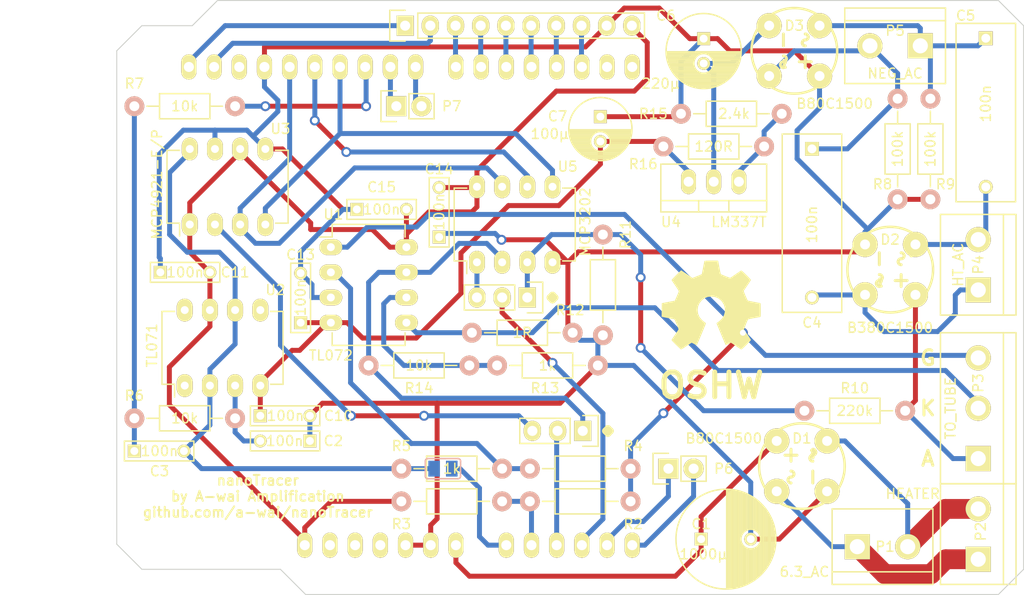
<source format=kicad_pcb>
(kicad_pcb (version 20171130) (host pcbnew "(5.1.12)-1")

  (general
    (thickness 1.6)
    (drawings 19)
    (tracks 413)
    (zones 0)
    (modules 48)
    (nets 45)
  )

  (page A4)
  (layers
    (0 F.Cu signal)
    (31 B.Cu signal)
    (32 B.Adhes user hide)
    (33 F.Adhes user hide)
    (34 B.Paste user hide)
    (35 F.Paste user hide)
    (36 B.SilkS user hide)
    (37 F.SilkS user hide)
    (38 B.Mask user)
    (39 F.Mask user)
    (40 Dwgs.User user hide)
    (41 Cmts.User user hide)
    (42 Eco1.User user hide)
    (43 Eco2.User user hide)
    (44 Edge.Cuts user)
    (45 Margin user hide)
    (46 B.CrtYd user hide)
    (47 F.CrtYd user hide)
    (48 B.Fab user hide)
    (49 F.Fab user hide)
  )

  (setup
    (last_trace_width 0.5)
    (trace_clearance 0.5)
    (zone_clearance 0.508)
    (zone_45_only no)
    (trace_min 0.5)
    (via_size 1)
    (via_drill 0.6)
    (via_min_size 0.5)
    (via_min_drill 0.3)
    (uvia_size 0.3)
    (uvia_drill 0.1)
    (uvias_allowed no)
    (uvia_min_size 0.2)
    (uvia_min_drill 0.1)
    (edge_width 0.1)
    (segment_width 0.2)
    (pcb_text_width 0.3)
    (pcb_text_size 1.5 1.5)
    (mod_edge_width 0.15)
    (mod_text_size 1 1)
    (mod_text_width 0.15)
    (pad_size 1.5 1.5)
    (pad_drill 0.6)
    (pad_to_mask_clearance 0)
    (aux_axis_origin 0 0)
    (visible_elements 7FFFFFFF)
    (pcbplotparams
      (layerselection 0x010f0_80000001)
      (usegerberextensions true)
      (usegerberattributes true)
      (usegerberadvancedattributes true)
      (creategerberjobfile true)
      (excludeedgelayer true)
      (linewidth 0.100000)
      (plotframeref false)
      (viasonmask false)
      (mode 1)
      (useauxorigin false)
      (hpglpennumber 1)
      (hpglpenspeed 20)
      (hpglpendiameter 15.000000)
      (psnegative false)
      (psa4output false)
      (plotreference true)
      (plotvalue true)
      (plotinvisibletext false)
      (padsonsilk false)
      (subtractmaskfromsilk false)
      (outputformat 1)
      (mirror false)
      (drillshape 0)
      (scaleselection 1)
      (outputdirectory "Gerber/"))
  )

  (net 0 "")
  (net 1 /VIN)
  (net 2 GND)
  (net 3 "Net-(C2-Pad2)")
  (net 4 "Net-(C3-Pad1)")
  (net 5 /DAC_OUT)
  (net 6 "Net-(C4-Pad1)")
  (net 7 "Net-(C4-Pad2)")
  (net 8 "Net-(C5-Pad1)")
  (net 9 "Net-(C5-Pad2)")
  (net 10 "Net-(C6-Pad2)")
  (net 11 VSS)
  (net 12 VDD)
  (net 13 "Net-(D1-Pad2)")
  (net 14 A+)
  (net 15 /UA)
  (net 16 "Net-(JP1-Pad2)")
  (net 17 /CS_ADC)
  (net 18 /IA)
  (net 19 "Net-(JP2-Pad2)")
  (net 20 /CS_DAC)
  (net 21 /UK)
  (net 22 /GRID)
  (net 23 /UG)
  (net 24 "Net-(R4-Pad1)")
  (net 25 /PWM_OUT)
  (net 26 "Net-(R13-Pad2)")
  (net 27 "Net-(R15-Pad2)")
  (net 28 /LCD_D4)
  (net 29 /LCD_D5)
  (net 30 /LCD_D6)
  (net 31 /MOSI)
  (net 32 /MISO)
  (net 33 /SCK)
  (net 34 /SCL)
  (net 35 /SDA)
  (net 36 /LCD_D7)
  (net 37 /LCD_EN)
  (net 38 /LCD_RS)
  (net 39 "Net-(D1-Pad4)")
  (net 40 "Net-(JP3-Pad2)")
  (net 41 "Net-(P6-Pad1)")
  (net 42 "Net-(P6-Pad2)")
  (net 43 /D9)
  (net 44 /D8)

  (net_class Default "This is the default net class."
    (clearance 0.5)
    (trace_width 0.5)
    (via_dia 1)
    (via_drill 0.6)
    (uvia_dia 0.3)
    (uvia_drill 0.1)
    (add_net /CS_ADC)
    (add_net /CS_DAC)
    (add_net /D8)
    (add_net /D9)
    (add_net /DAC_OUT)
    (add_net /GRID)
    (add_net /IA)
    (add_net /LCD_D4)
    (add_net /LCD_D5)
    (add_net /LCD_D6)
    (add_net /LCD_D7)
    (add_net /LCD_EN)
    (add_net /LCD_RS)
    (add_net /MISO)
    (add_net /MOSI)
    (add_net /PWM_OUT)
    (add_net /SCK)
    (add_net /SCL)
    (add_net /SDA)
    (add_net /UA)
    (add_net /UG)
    (add_net /UK)
    (add_net /VIN)
    (add_net GND)
    (add_net "Net-(C2-Pad2)")
    (add_net "Net-(C3-Pad1)")
    (add_net "Net-(C4-Pad1)")
    (add_net "Net-(C5-Pad1)")
    (add_net "Net-(C6-Pad2)")
    (add_net "Net-(D1-Pad4)")
    (add_net "Net-(JP1-Pad2)")
    (add_net "Net-(JP2-Pad2)")
    (add_net "Net-(JP3-Pad2)")
    (add_net "Net-(P6-Pad1)")
    (add_net "Net-(P6-Pad2)")
    (add_net "Net-(R13-Pad2)")
    (add_net "Net-(R15-Pad2)")
    (add_net "Net-(R4-Pad1)")
    (add_net VDD)
    (add_net VSS)
  )

  (net_class HT ""
    (clearance 2.5)
    (trace_width 0.5)
    (via_dia 1)
    (via_drill 0.6)
    (uvia_dia 0.3)
    (uvia_drill 0.1)
    (add_net A+)
    (add_net "Net-(C4-Pad2)")
    (add_net "Net-(C5-Pad2)")
  )

  (net_class Heater ""
    (clearance 0.5)
    (trace_width 2)
    (via_dia 1)
    (via_drill 0.6)
    (uvia_dia 0.3)
    (uvia_drill 0.1)
    (add_net "Net-(D1-Pad2)")
  )

  (module freetronics_footprints:SJ_OPEN (layer F.Cu) (tedit 5797E7FF) (tstamp 5798F62E)
    (at 192.786 94.742)
    (descr "<b>Solder jumper</b>")
    (path /579801B2)
    (fp_text reference JP3 (at 0 -1.7) (layer F.Fab)
      (effects (font (size 0.8 0.8) (thickness 0.12)))
    )
    (fp_text value JUMPER (at 0 1.6) (layer Eco1.User) hide
      (effects (font (size 0.6 0.6) (thickness 0.1)))
    )
    (fp_line (start -1.016 0) (end -1.524 0) (layer Cmts.User) (width 0.1524))
    (fp_line (start 1.27 0) (end 1.778 0) (layer Cmts.User) (width 0.1524))
    (fp_line (start -1.397 -1.016) (end 1.651 -1.016) (layer B.SilkS) (width 0.1524))
    (fp_line (start -1.651 0.762) (end -1.651 -0.762) (layer B.SilkS) (width 0.1524))
    (fp_line (start 1.905 0.762) (end 1.905 -0.762) (layer B.SilkS) (width 0.1524))
    (fp_line (start 1.651 1.016) (end -1.397 1.016) (layer B.SilkS) (width 0.1524))
    (fp_arc (start 1.651 -0.762) (end 1.651 -1.016) (angle 90) (layer B.SilkS) (width 0.1524))
    (fp_arc (start -1.397 -0.762) (end -1.651 -0.762) (angle 90) (layer B.SilkS) (width 0.1524))
    (fp_arc (start -1.397 0.762) (end -1.651 0.762) (angle -90) (layer B.SilkS) (width 0.1524))
    (fp_arc (start 1.651 0.762) (end 1.651 1.016) (angle -90) (layer B.SilkS) (width 0.1524))
    (fp_arc (start -0.254 0) (end -0.254 0.127) (angle 180) (layer Cmts.User) (width 1.27))
    (fp_arc (start 0.508 0) (end 0.508 -0.127) (angle 180) (layer Cmts.User) (width 1.27))
    (pad 1 smd rect (at -0.762 0) (size 1.1684 1.6002) (layers B.Cu B.Mask)
      (net 5 /DAC_OUT))
    (pad 2 smd rect (at 1.016 0) (size 1.1684 1.6002) (layers B.Cu B.Mask)
      (net 40 "Net-(JP3-Pad2)"))
  )

  (module freetronics_footprints:ARDUINO_SHIELD (layer F.Cu) (tedit 5) (tstamp 578F6A30)
    (at 148.501 105.004)
    (descr http://www.thingiverse.com/thing:9630)
    (path /578EA1FF)
    (fp_text reference SHIELD1 (at -0.1651 -43.0276) (layer F.Fab)
      (effects (font (size 1.524 1.524) (thickness 0.3048)))
    )
    (fp_text value ARDUINO_SHIELD (at 10.16 -54.61) (layer F.SilkS) hide
      (effects (font (size 1.524 1.524) (thickness 0.3048)))
    )
    (pad AD5 thru_hole oval (at 63.5 -2.54 90) (size 2.54 1.524) (drill 1.016) (layers *.Cu *.Mask F.SilkS)
      (net 42 "Net-(P6-Pad2)"))
    (pad AD4 thru_hole oval (at 60.96 -2.54 90) (size 2.54 1.524) (drill 1.016) (layers *.Cu *.Mask F.SilkS)
      (net 41 "Net-(P6-Pad1)"))
    (pad AD3 thru_hole oval (at 58.42 -2.54 90) (size 2.54 1.524) (drill 1.016) (layers *.Cu *.Mask F.SilkS)
      (net 16 "Net-(JP1-Pad2)"))
    (pad AD0 thru_hole oval (at 50.8 -2.54 90) (size 2.54 1.524) (drill 1.016) (layers *.Cu *.Mask F.SilkS)
      (net 40 "Net-(JP3-Pad2)"))
    (pad AD1 thru_hole oval (at 53.34 -2.54 90) (size 2.54 1.524) (drill 1.016) (layers *.Cu *.Mask F.SilkS)
      (net 23 /UG))
    (pad AD2 thru_hole oval (at 55.88 -2.54 90) (size 2.54 1.524) (drill 1.016) (layers *.Cu *.Mask F.SilkS)
      (net 19 "Net-(JP2-Pad2)"))
    (pad V_IN thru_hole oval (at 45.72 -2.54 90) (size 2.54 1.524) (drill 1.016) (layers *.Cu *.Mask F.SilkS)
      (net 1 /VIN))
    (pad GND2 thru_hole oval (at 43.18 -2.54 90) (size 2.54 1.524) (drill 1.016) (layers *.Cu *.Mask F.SilkS)
      (net 2 GND))
    (pad GND1 thru_hole oval (at 40.64 -2.54 90) (size 2.54 1.524) (drill 1.016) (layers *.Cu *.Mask F.SilkS)
      (net 2 GND))
    (pad 3V3 thru_hole oval (at 35.56 -2.54 90) (size 2.54 1.524) (drill 1.016) (layers *.Cu *.Mask F.SilkS))
    (pad RST thru_hole oval (at 33.02 -2.54 90) (size 2.54 1.524) (drill 1.016) (layers *.Cu *.Mask F.SilkS))
    (pad 0 thru_hole oval (at 63.5 -50.8 90) (size 2.54 1.524) (drill 1.016) (layers *.Cu *.Mask F.SilkS))
    (pad 1 thru_hole oval (at 60.96 -50.8 90) (size 2.54 1.524) (drill 1.016) (layers *.Cu *.Mask F.SilkS))
    (pad 2 thru_hole oval (at 58.42 -50.8 90) (size 2.54 1.524) (drill 1.016) (layers *.Cu *.Mask F.SilkS)
      (net 38 /LCD_RS))
    (pad 3 thru_hole oval (at 55.88 -50.8 90) (size 2.54 1.524) (drill 1.016) (layers *.Cu *.Mask F.SilkS)
      (net 37 /LCD_EN))
    (pad 4 thru_hole oval (at 53.34 -50.8 90) (size 2.54 1.524) (drill 1.016) (layers *.Cu *.Mask F.SilkS)
      (net 28 /LCD_D4))
    (pad 5 thru_hole oval (at 50.8 -50.8 90) (size 2.54 1.524) (drill 1.016) (layers *.Cu *.Mask F.SilkS)
      (net 29 /LCD_D5))
    (pad 6 thru_hole oval (at 48.26 -50.8 90) (size 2.54 1.524) (drill 1.016) (layers *.Cu *.Mask F.SilkS)
      (net 30 /LCD_D6))
    (pad 7 thru_hole oval (at 45.72 -50.8 90) (size 2.54 1.524) (drill 1.016) (layers *.Cu *.Mask F.SilkS)
      (net 36 /LCD_D7))
    (pad 8 thru_hole oval (at 41.656 -50.8 90) (size 2.54 1.524) (drill 1.016) (layers *.Cu *.Mask F.SilkS)
      (net 44 /D8))
    (pad 9 thru_hole oval (at 39.116 -50.8 90) (size 2.54 1.524) (drill 1.016) (layers *.Cu *.Mask F.SilkS)
      (net 43 /D9))
    (pad 10 thru_hole oval (at 36.576 -50.8 90) (size 2.54 1.524) (drill 1.016) (layers *.Cu *.Mask F.SilkS)
      (net 25 /PWM_OUT))
    (pad 11 thru_hole oval (at 34.036 -50.8 90) (size 2.54 1.524) (drill 1.016) (layers *.Cu *.Mask F.SilkS)
      (net 31 /MOSI))
    (pad 12 thru_hole oval (at 31.496 -50.8 90) (size 2.54 1.524) (drill 1.016) (layers *.Cu *.Mask F.SilkS)
      (net 32 /MISO))
    (pad 13 thru_hole oval (at 28.956 -50.8 90) (size 2.54 1.524) (drill 1.016) (layers *.Cu *.Mask F.SilkS)
      (net 33 /SCK))
    (pad GND3 thru_hole oval (at 26.416 -50.8 90) (size 2.54 1.524) (drill 1.016) (layers *.Cu *.Mask F.SilkS)
      (net 2 GND))
    (pad AREF thru_hole oval (at 23.876 -50.8 90) (size 2.54 1.524) (drill 1.016) (layers *.Cu *.Mask F.SilkS))
    (pad 5V thru_hole oval (at 38.1 -2.54 90) (size 2.54 1.524) (drill 1.016) (layers *.Cu *.Mask F.SilkS))
    (pad SDA thru_hole oval (at 21.336 -50.8 90) (size 2.54 1.524) (drill 1.016) (layers *.Cu *.Mask F.SilkS)
      (net 35 /SDA))
    (pad SCL thru_hole oval (at 18.796 -50.8 90) (size 2.54 1.524) (drill 1.016) (layers *.Cu *.Mask F.SilkS)
      (net 34 /SCL))
    (pad IO_R thru_hole oval (at 30.48 -2.54 90) (size 2.54 1.524) (drill 1.016) (layers *.Cu *.Mask F.SilkS)
      (net 12 VDD))
  )

  (module w_pth_diodes:bridge_wob (layer F.Cu) (tedit 5) (tstamp 5794E8B1)
    (at 229.108 94.488 270)
    (descr "diode bridge, WOB package")
    (path /5788A706)
    (fp_text reference D1 (at -2.794 0) (layer F.SilkS)
      (effects (font (size 1 1) (thickness 0.15)))
    )
    (fp_text value B80C1500 (at -2.794 7.874) (layer F.SilkS)
      (effects (font (size 1 1) (thickness 0.15)))
    )
    (fp_circle (center 0 0) (end -4.318 -0.0762) (layer F.SilkS) (width 0.254))
    (fp_line (start -1.1 0.5) (end -1.1 1.7) (layer F.SilkS) (width 0.3048))
    (fp_line (start -0.5 1.1) (end -1.7 1.1) (layer F.SilkS) (width 0.3048))
    (fp_line (start 1.7 -1.1) (end 0.5 -1.1) (layer F.SilkS) (width 0.3048))
    (fp_text user ~ (at -1.27 -1.016 270) (layer F.SilkS)
      (effects (font (size 1.524 1.524) (thickness 0.3048)))
    )
    (fp_text user ~ (at 1.778 2.032 270) (layer F.SilkS)
      (effects (font (size 1.524 1.524) (thickness 0.3048)))
    )
    (fp_arc (start 0.8 1.1) (end 0.8 0.8) (angle 90) (layer F.SilkS) (width 0.3048))
    (fp_arc (start 0.8 1.1) (end 0.5 1.1) (angle 90) (layer F.SilkS) (width 0.3048))
    (fp_arc (start 1.4 1.1) (end 1.4 1.4) (angle 90) (layer F.SilkS) (width 0.3048))
    (fp_arc (start 1.4 1.1) (end 1.7 1.1) (angle 90) (layer F.SilkS) (width 0.3048))
    (fp_arc (start -0.8 -1.1) (end -0.5 -1.1) (angle 90) (layer F.SilkS) (width 0.3048))
    (fp_arc (start -0.8 -1.1) (end -0.8 -0.8) (angle 90) (layer F.SilkS) (width 0.3048))
    (fp_arc (start -1.4 -1.1) (end -1.7 -1.1) (angle 90) (layer F.SilkS) (width 0.3048))
    (fp_arc (start -1.4 -1.1) (end -1.4 -1.4) (angle 90) (layer F.SilkS) (width 0.3048))
    (pad 3 thru_hole circle (at -2.54 2.54 270) (size 2.54 2.54) (drill 1.00076) (layers *.Cu *.Mask F.SilkS)
      (net 1 /VIN))
    (pad 2 thru_hole circle (at 2.54 2.54 270) (size 2.54 2.54) (drill 1.00076) (layers *.Cu *.Mask F.SilkS)
      (net 13 "Net-(D1-Pad2)"))
    (pad 1 thru_hole circle (at 2.54 -2.54 270) (size 2.54 2.54) (drill 1.00076) (layers *.Cu *.Mask F.SilkS)
      (net 2 GND))
    (pad 4 thru_hole circle (at -2.54 -2.54 270) (size 2.54 2.54) (drill 1.00076) (layers *.Cu *.Mask F.SilkS)
      (net 39 "Net-(D1-Pad4)"))
    (model walter/pth_diodes/db_wob.wrl
      (at (xyz 0 0 0))
      (scale (xyz 1 1 1))
      (rotate (xyz 0 0 0))
    )
  )

  (module w_pth_diodes:bridge_wob (layer F.Cu) (tedit 5) (tstamp 578F6941)
    (at 238.015 74.6591 90)
    (descr "diode bridge, WOB package")
    (path /578EBA28)
    (fp_text reference D2 (at 3.031081 -0.016919 180) (layer F.SilkS)
      (effects (font (size 1 1) (thickness 0.15)))
    )
    (fp_text value B380C1500 (at -5.858919 -0.016919 180) (layer F.SilkS)
      (effects (font (size 1 1) (thickness 0.15)))
    )
    (fp_circle (center 0 0) (end -4.318 -0.0762) (layer F.SilkS) (width 0.254))
    (fp_line (start -1.1 0.5) (end -1.1 1.7) (layer F.SilkS) (width 0.3048))
    (fp_line (start -0.5 1.1) (end -1.7 1.1) (layer F.SilkS) (width 0.3048))
    (fp_line (start 1.7 -1.1) (end 0.5 -1.1) (layer F.SilkS) (width 0.3048))
    (fp_text user ~ (at -1.27 -1.016 90) (layer F.SilkS)
      (effects (font (size 1.524 1.524) (thickness 0.3048)))
    )
    (fp_text user ~ (at 1.778 2.032 90) (layer F.SilkS)
      (effects (font (size 1.524 1.524) (thickness 0.3048)))
    )
    (fp_arc (start 0.8 1.1) (end 0.8 0.8) (angle 90) (layer F.SilkS) (width 0.3048))
    (fp_arc (start 0.8 1.1) (end 0.5 1.1) (angle 90) (layer F.SilkS) (width 0.3048))
    (fp_arc (start 1.4 1.1) (end 1.4 1.4) (angle 90) (layer F.SilkS) (width 0.3048))
    (fp_arc (start 1.4 1.1) (end 1.7 1.1) (angle 90) (layer F.SilkS) (width 0.3048))
    (fp_arc (start -0.8 -1.1) (end -0.5 -1.1) (angle 90) (layer F.SilkS) (width 0.3048))
    (fp_arc (start -0.8 -1.1) (end -0.8 -0.8) (angle 90) (layer F.SilkS) (width 0.3048))
    (fp_arc (start -1.4 -1.1) (end -1.7 -1.1) (angle 90) (layer F.SilkS) (width 0.3048))
    (fp_arc (start -1.4 -1.1) (end -1.4 -1.4) (angle 90) (layer F.SilkS) (width 0.3048))
    (pad 3 thru_hole circle (at -2.54 2.54 90) (size 2.54 2.54) (drill 1.00076) (layers *.Cu *.Mask F.SilkS)
      (net 14 A+))
    (pad 2 thru_hole circle (at 2.54 2.54 90) (size 2.54 2.54) (drill 1.00076) (layers *.Cu *.Mask F.SilkS)
      (net 9 "Net-(C5-Pad2)"))
    (pad 1 thru_hole circle (at 2.54 -2.54 90) (size 2.54 2.54) (drill 1.00076) (layers *.Cu *.Mask F.SilkS)
      (net 2 GND))
    (pad 4 thru_hole circle (at -2.54 -2.54 90) (size 2.54 2.54) (drill 1.00076) (layers *.Cu *.Mask F.SilkS)
      (net 7 "Net-(C4-Pad2)"))
    (model walter/pth_diodes/db_wob.wrl
      (at (xyz 0 0 0))
      (scale (xyz 1 1 1))
      (rotate (xyz 0 0 0))
    )
  )

  (module w_pth_diodes:bridge_wob (layer F.Cu) (tedit 5797E0EE) (tstamp 578F6957)
    (at 228.346 52.578 90)
    (descr "diode bridge, WOB package")
    (path /5788C449)
    (fp_text reference D3 (at 2.54 0 180) (layer F.SilkS)
      (effects (font (size 1 1) (thickness 0.15)))
    )
    (fp_text value B80C1500 (at -5.334 4.064 180) (layer F.SilkS)
      (effects (font (size 1 1) (thickness 0.15)))
    )
    (fp_circle (center 0 0) (end -4.318 -0.0762) (layer F.SilkS) (width 0.254))
    (fp_line (start -1.1 0.5) (end -1.1 1.7) (layer F.SilkS) (width 0.3048))
    (fp_line (start -0.5 1.1) (end -1.7 1.1) (layer F.SilkS) (width 0.3048))
    (fp_line (start 1.7 -1.1) (end 0.5 -1.1) (layer F.SilkS) (width 0.3048))
    (fp_text user ~ (at -1.27 -1.016 90) (layer F.SilkS)
      (effects (font (size 1.524 1.524) (thickness 0.3048)))
    )
    (fp_text user ~ (at 1.778 2.032 90) (layer F.SilkS)
      (effects (font (size 1.524 1.524) (thickness 0.3048)))
    )
    (fp_arc (start 0.8 1.1) (end 0.8 0.8) (angle 90) (layer F.SilkS) (width 0.3048))
    (fp_arc (start 0.8 1.1) (end 0.5 1.1) (angle 90) (layer F.SilkS) (width 0.3048))
    (fp_arc (start 1.4 1.1) (end 1.4 1.4) (angle 90) (layer F.SilkS) (width 0.3048))
    (fp_arc (start 1.4 1.1) (end 1.7 1.1) (angle 90) (layer F.SilkS) (width 0.3048))
    (fp_arc (start -0.8 -1.1) (end -0.5 -1.1) (angle 90) (layer F.SilkS) (width 0.3048))
    (fp_arc (start -0.8 -1.1) (end -0.8 -0.8) (angle 90) (layer F.SilkS) (width 0.3048))
    (fp_arc (start -1.4 -1.1) (end -1.7 -1.1) (angle 90) (layer F.SilkS) (width 0.3048))
    (fp_arc (start -1.4 -1.1) (end -1.4 -1.4) (angle 90) (layer F.SilkS) (width 0.3048))
    (pad 3 thru_hole circle (at -2.54 2.54 90) (size 2.54 2.54) (drill 1.00076) (layers *.Cu *.Mask F.SilkS)
      (net 2 GND))
    (pad 2 thru_hole circle (at 2.54 2.54 90) (size 2.54 2.54) (drill 1.00076) (layers *.Cu *.Mask F.SilkS)
      (net 8 "Net-(C5-Pad1)"))
    (pad 1 thru_hole circle (at 2.54 -2.54 90) (size 2.54 2.54) (drill 1.00076) (layers *.Cu *.Mask F.SilkS)
      (net 10 "Net-(C6-Pad2)"))
    (pad 4 thru_hole circle (at -2.54 -2.54 90) (size 2.54 2.54) (drill 1.00076) (layers *.Cu *.Mask F.SilkS)
      (net 6 "Net-(C4-Pad1)"))
    (model walter/pth_diodes/db_wob.wrl
      (at (xyz 0 0 0))
      (scale (xyz 1 1 1))
      (rotate (xyz 0 0 0))
    )
  )

  (module Connect:bornier2 (layer F.Cu) (tedit 5797DDF9) (tstamp 578F6980)
    (at 237.236 102.616)
    (descr "Bornier d'alimentation 2 pins")
    (tags DEV)
    (path /5787F432)
    (fp_text reference P1 (at 0.254 0) (layer F.SilkS)
      (effects (font (size 1 1) (thickness 0.15)))
    )
    (fp_text value 6.3_AC (at -7.874 2.54) (layer F.SilkS)
      (effects (font (size 1 1) (thickness 0.15)))
    )
    (fp_line (start -5.08 3.81) (end 5.08 3.81) (layer F.SilkS) (width 0.15))
    (fp_line (start -5.08 -3.81) (end -5.08 3.81) (layer F.SilkS) (width 0.15))
    (fp_line (start 5.08 -3.81) (end -5.08 -3.81) (layer F.SilkS) (width 0.15))
    (fp_line (start 5.08 3.81) (end 5.08 -3.81) (layer F.SilkS) (width 0.15))
    (fp_line (start 5.08 2.54) (end -5.08 2.54) (layer F.SilkS) (width 0.15))
    (pad 1 thru_hole rect (at -2.54 0) (size 2.54 2.54) (drill 1.524) (layers *.Cu *.Mask F.SilkS)
      (net 13 "Net-(D1-Pad2)"))
    (pad 2 thru_hole circle (at 2.54 0) (size 2.54 2.54) (drill 1.524) (layers *.Cu *.Mask F.SilkS)
      (net 39 "Net-(D1-Pad4)"))
    (model Connect.3dshapes/bornier2.wrl
      (at (xyz 0 0 0))
      (scale (xyz 1 1 1))
      (rotate (xyz 0 0 0))
    )
  )

  (module Resistors_ThroughHole:Resistor_Horizontal_RM10mm (layer F.Cu) (tedit 5797DE1E) (tstamp 578F69B7)
    (at 188.722 94.742)
    (descr "Resistor, Axial,  RM 10mm, 1/3W")
    (tags "Resistor Axial RM 10mm 1/3W")
    (path /54D7FE72)
    (fp_text reference R5 (at 0 -2.286) (layer F.SilkS)
      (effects (font (size 1 1) (thickness 0.15)))
    )
    (fp_text value 1k (at 5.08 0) (layer F.SilkS)
      (effects (font (size 1 1) (thickness 0.15)))
    )
    (fp_line (start 7.62 0) (end 8.89 0) (layer F.SilkS) (width 0.15))
    (fp_line (start 2.54 0) (end 1.27 0) (layer F.SilkS) (width 0.15))
    (fp_line (start 2.54 1.27) (end 2.54 -1.27) (layer F.SilkS) (width 0.15))
    (fp_line (start 7.62 1.27) (end 2.54 1.27) (layer F.SilkS) (width 0.15))
    (fp_line (start 7.62 -1.27) (end 7.62 1.27) (layer F.SilkS) (width 0.15))
    (fp_line (start 2.54 -1.27) (end 7.62 -1.27) (layer F.SilkS) (width 0.15))
    (fp_line (start -1.25 1.5) (end 11.4 1.5) (layer F.CrtYd) (width 0.05))
    (fp_line (start 11.4 -1.5) (end 11.4 1.5) (layer F.CrtYd) (width 0.05))
    (fp_line (start -1.25 1.5) (end -1.25 -1.5) (layer F.CrtYd) (width 0.05))
    (fp_line (start -1.25 -1.5) (end 11.4 -1.5) (layer F.CrtYd) (width 0.05))
    (pad 1 thru_hole circle (at 0 0) (size 1.99898 1.99898) (drill 1.00076) (layers *.Cu *.SilkS *.Mask)
      (net 5 /DAC_OUT))
    (pad 2 thru_hole circle (at 10.16 0) (size 1.99898 1.99898) (drill 1.00076) (layers *.Cu *.SilkS *.Mask)
      (net 24 "Net-(R4-Pad1)"))
    (model Resistors_ThroughHole.3dshapes/Resistor_Horizontal_RM10mm.wrl
      (at (xyz 0 0 0))
      (scale (xyz 0.4 0.4 0.4))
      (rotate (xyz 0 0 0))
    )
  )

  (module Capacitors_ThroughHole:C_Rect_L7_W2_P5 (layer F.Cu) (tedit 5797DE47) (tstamp 578F6909)
    (at 178.562 80.01 90)
    (descr "Film Capacitor Length 7 x Width 2mm, Pitch 5mm")
    (tags Capacitor)
    (path /5790C504)
    (fp_text reference C13 (at 6.858 0 180) (layer F.SilkS)
      (effects (font (size 1 1) (thickness 0.15)))
    )
    (fp_text value 100n (at 2.54 0 90) (layer F.SilkS)
      (effects (font (size 1 1) (thickness 0.15)))
    )
    (fp_line (start -1 1) (end -1 -1) (layer F.SilkS) (width 0.15))
    (fp_line (start 6 1) (end -1 1) (layer F.SilkS) (width 0.15))
    (fp_line (start 6 -1) (end 6 1) (layer F.SilkS) (width 0.15))
    (fp_line (start -1 -1) (end 6 -1) (layer F.SilkS) (width 0.15))
    (fp_line (start -1.25 1.25) (end -1.25 -1.25) (layer F.CrtYd) (width 0.05))
    (fp_line (start 6.25 1.25) (end -1.25 1.25) (layer F.CrtYd) (width 0.05))
    (fp_line (start 6.25 -1.25) (end 6.25 1.25) (layer F.CrtYd) (width 0.05))
    (fp_line (start -1.25 -1.25) (end 6.25 -1.25) (layer F.CrtYd) (width 0.05))
    (pad 1 thru_hole rect (at 0 0 90) (size 1.3 1.3) (drill 0.8) (layers *.Cu *.Mask F.SilkS)
      (net 11 VSS))
    (pad 2 thru_hole circle (at 5 0 90) (size 1.3 1.3) (drill 0.8) (layers *.Cu *.Mask F.SilkS)
      (net 2 GND))
    (model Capacitors_ThroughHole.3dshapes/C_Rect_L7_W2_P5.wrl
      (offset (xyz 2.499994962453842 0 0))
      (scale (xyz 1 1 1))
      (rotate (xyz 0 0 0))
    )
  )

  (module Connect:bornier3 (layer F.Cu) (tedit 5797DEC4) (tstamp 578F698D)
    (at 246.888 88.646 90)
    (descr "Bornier d'alimentation 3 pins")
    (tags DEV)
    (path /5787FAE3)
    (fp_text reference P3 (at 2.54 0 90) (layer F.SilkS)
      (effects (font (size 1 1) (thickness 0.15)))
    )
    (fp_text value TO_TUBE (at 0 -2.794 90) (layer F.SilkS)
      (effects (font (size 1 1) (thickness 0.15)))
    )
    (fp_line (start -7.62 3.81) (end 7.62 3.81) (layer F.SilkS) (width 0.15))
    (fp_line (start -7.62 -3.81) (end 7.62 -3.81) (layer F.SilkS) (width 0.15))
    (fp_line (start -7.62 2.54) (end 7.62 2.54) (layer F.SilkS) (width 0.15))
    (fp_line (start 7.62 3.81) (end 7.62 -3.81) (layer F.SilkS) (width 0.15))
    (fp_line (start -7.62 3.81) (end -7.62 -3.81) (layer F.SilkS) (width 0.15))
    (pad 1 thru_hole rect (at -5.08 0 90) (size 2.54 2.54) (drill 1.524) (layers *.Cu *.Mask F.SilkS)
      (net 14 A+))
    (pad 2 thru_hole circle (at 0 0 90) (size 2.54 2.54) (drill 1.524) (layers *.Cu *.Mask F.SilkS)
      (net 21 /UK))
    (pad 3 thru_hole circle (at 5.08 0 90) (size 2.54 2.54) (drill 1.524) (layers *.Cu *.Mask F.SilkS)
      (net 22 /GRID))
    (model Connect.3dshapes/bornier3.wrl
      (at (xyz 0 0 0))
      (scale (xyz 1 1 1))
      (rotate (xyz 0 0 0))
    )
  )

  (module Capacitors_ThroughHole:C_Radial_D10_L16_P5 (layer F.Cu) (tedit 5797DDFF) (tstamp 578F68C1)
    (at 218.948 101.854)
    (descr "Radial Electrolytic Capacitor 10mm x Length 16mm, Pitch 5mm")
    (tags "Electrolytic Capacitor")
    (path /5788A7B1)
    (fp_text reference C1 (at 0 -1.524) (layer F.SilkS)
      (effects (font (size 1 1) (thickness 0.15)))
    )
    (fp_text value 1000µ (at 0.254 1.524) (layer F.SilkS)
      (effects (font (size 1 1) (thickness 0.15)))
    )
    (fp_circle (center 2.5 0) (end 2.5 -5.3) (layer F.CrtYd) (width 0.05))
    (fp_circle (center 2.5 0) (end 2.5 -5.0375) (layer F.SilkS) (width 0.15))
    (fp_circle (center 5 0) (end 5 -1) (layer F.SilkS) (width 0.15))
    (fp_line (start 7.475 -0.499) (end 7.475 0.499) (layer F.SilkS) (width 0.15))
    (fp_line (start 7.335 -1.274) (end 7.335 1.274) (layer F.SilkS) (width 0.15))
    (fp_line (start 7.195 -1.72) (end 7.195 1.72) (layer F.SilkS) (width 0.15))
    (fp_line (start 7.055 -2.062) (end 7.055 2.062) (layer F.SilkS) (width 0.15))
    (fp_line (start 6.915 -2.347) (end 6.915 2.347) (layer F.SilkS) (width 0.15))
    (fp_line (start 6.775 -2.593) (end 6.775 2.593) (layer F.SilkS) (width 0.15))
    (fp_line (start 6.635 -2.811) (end 6.635 2.811) (layer F.SilkS) (width 0.15))
    (fp_line (start 6.495 -3.007) (end 6.495 3.007) (layer F.SilkS) (width 0.15))
    (fp_line (start 6.355 -3.184) (end 6.355 3.184) (layer F.SilkS) (width 0.15))
    (fp_line (start 6.215 -3.346) (end 6.215 3.346) (layer F.SilkS) (width 0.15))
    (fp_line (start 6.075 -3.496) (end 6.075 3.496) (layer F.SilkS) (width 0.15))
    (fp_line (start 5.935 0.355) (end 5.935 3.633) (layer F.SilkS) (width 0.15))
    (fp_line (start 5.935 -3.633) (end 5.935 -0.355) (layer F.SilkS) (width 0.15))
    (fp_line (start 5.795 0.607) (end 5.795 3.761) (layer F.SilkS) (width 0.15))
    (fp_line (start 5.795 -3.761) (end 5.795 -0.607) (layer F.SilkS) (width 0.15))
    (fp_line (start 5.655 0.756) (end 5.655 3.879) (layer F.SilkS) (width 0.15))
    (fp_line (start 5.655 -3.879) (end 5.655 -0.756) (layer F.SilkS) (width 0.15))
    (fp_line (start 5.515 0.857) (end 5.515 3.989) (layer F.SilkS) (width 0.15))
    (fp_line (start 5.515 -3.989) (end 5.515 -0.857) (layer F.SilkS) (width 0.15))
    (fp_line (start 5.375 0.927) (end 5.375 4.091) (layer F.SilkS) (width 0.15))
    (fp_line (start 5.375 -4.091) (end 5.375 -0.927) (layer F.SilkS) (width 0.15))
    (fp_line (start 5.235 0.972) (end 5.235 4.186) (layer F.SilkS) (width 0.15))
    (fp_line (start 5.235 -4.186) (end 5.235 -0.972) (layer F.SilkS) (width 0.15))
    (fp_line (start 5.095 0.995) (end 5.095 4.274) (layer F.SilkS) (width 0.15))
    (fp_line (start 5.095 -4.274) (end 5.095 -0.995) (layer F.SilkS) (width 0.15))
    (fp_line (start 4.955 0.999) (end 4.955 4.356) (layer F.SilkS) (width 0.15))
    (fp_line (start 4.955 -4.356) (end 4.955 -0.999) (layer F.SilkS) (width 0.15))
    (fp_line (start 4.815 0.983) (end 4.815 4.432) (layer F.SilkS) (width 0.15))
    (fp_line (start 4.815 -4.432) (end 4.815 -0.983) (layer F.SilkS) (width 0.15))
    (fp_line (start 4.675 0.946) (end 4.675 4.502) (layer F.SilkS) (width 0.15))
    (fp_line (start 4.675 -4.502) (end 4.675 -0.946) (layer F.SilkS) (width 0.15))
    (fp_line (start 4.535 0.885) (end 4.535 4.567) (layer F.SilkS) (width 0.15))
    (fp_line (start 4.535 -4.567) (end 4.535 -0.885) (layer F.SilkS) (width 0.15))
    (fp_line (start 4.395 0.796) (end 4.395 4.627) (layer F.SilkS) (width 0.15))
    (fp_line (start 4.395 -4.627) (end 4.395 -0.796) (layer F.SilkS) (width 0.15))
    (fp_line (start 4.255 0.667) (end 4.255 4.682) (layer F.SilkS) (width 0.15))
    (fp_line (start 4.255 -4.682) (end 4.255 -0.667) (layer F.SilkS) (width 0.15))
    (fp_line (start 4.115 0.466) (end 4.115 4.732) (layer F.SilkS) (width 0.15))
    (fp_line (start 4.115 -4.732) (end 4.115 -0.466) (layer F.SilkS) (width 0.15))
    (fp_line (start 3.975 -4.777) (end 3.975 4.777) (layer F.SilkS) (width 0.15))
    (fp_line (start 3.835 -4.818) (end 3.835 4.818) (layer F.SilkS) (width 0.15))
    (fp_line (start 3.695 -4.855) (end 3.695 4.855) (layer F.SilkS) (width 0.15))
    (fp_line (start 3.555 -4.887) (end 3.555 4.887) (layer F.SilkS) (width 0.15))
    (fp_line (start 3.415 -4.916) (end 3.415 4.916) (layer F.SilkS) (width 0.15))
    (fp_line (start 3.275 -4.94) (end 3.275 4.94) (layer F.SilkS) (width 0.15))
    (fp_line (start 3.135 -4.96) (end 3.135 4.96) (layer F.SilkS) (width 0.15))
    (fp_line (start 2.995 -4.975) (end 2.995 4.975) (layer F.SilkS) (width 0.15))
    (fp_line (start 2.855 -4.987) (end 2.855 4.987) (layer F.SilkS) (width 0.15))
    (fp_line (start 2.715 -4.995) (end 2.715 4.995) (layer F.SilkS) (width 0.15))
    (fp_line (start 2.575 -4.999) (end 2.575 4.999) (layer F.SilkS) (width 0.15))
    (pad 1 thru_hole rect (at 0 0) (size 1.3 1.3) (drill 0.8) (layers *.Cu *.Mask F.SilkS)
      (net 1 /VIN))
    (pad 2 thru_hole circle (at 5 0) (size 1.3 1.3) (drill 0.8) (layers *.Cu *.Mask F.SilkS)
      (net 2 GND))
    (model Capacitors_ThroughHole.3dshapes/C_Radial_D10_L16_P5.wrl
      (offset (xyz 2.500000042453766 0 0))
      (scale (xyz 1 1 1))
      (rotate (xyz 0 0 90))
    )
  )

  (module Capacitors_ThroughHole:C_Rect_L7_W2_P5 (layer F.Cu) (tedit 5797DE85) (tstamp 578F68C7)
    (at 179.498 91.948 180)
    (descr "Film Capacitor Length 7 x Width 2mm, Pitch 5mm")
    (tags Capacitor)
    (path /54D7FC55)
    (fp_text reference C2 (at -2.366 0 180) (layer F.SilkS)
      (effects (font (size 1 1) (thickness 0.15)))
    )
    (fp_text value 100n (at 2.54 0 180) (layer F.SilkS)
      (effects (font (size 1 1) (thickness 0.15)))
    )
    (fp_line (start -1 1) (end -1 -1) (layer F.SilkS) (width 0.15))
    (fp_line (start 6 1) (end -1 1) (layer F.SilkS) (width 0.15))
    (fp_line (start 6 -1) (end 6 1) (layer F.SilkS) (width 0.15))
    (fp_line (start -1 -1) (end 6 -1) (layer F.SilkS) (width 0.15))
    (fp_line (start -1.25 1.25) (end -1.25 -1.25) (layer F.CrtYd) (width 0.05))
    (fp_line (start 6.25 1.25) (end -1.25 1.25) (layer F.CrtYd) (width 0.05))
    (fp_line (start 6.25 -1.25) (end 6.25 1.25) (layer F.CrtYd) (width 0.05))
    (fp_line (start -1.25 -1.25) (end 6.25 -1.25) (layer F.CrtYd) (width 0.05))
    (pad 1 thru_hole rect (at 0 0 180) (size 1.3 1.3) (drill 0.8) (layers *.Cu *.Mask F.SilkS)
      (net 2 GND))
    (pad 2 thru_hole circle (at 5 0 180) (size 1.3 1.3) (drill 0.8) (layers *.Cu *.Mask F.SilkS)
      (net 3 "Net-(C2-Pad2)"))
    (model Capacitors_ThroughHole.3dshapes/C_Rect_L7_W2_P5.wrl
      (offset (xyz 2.499994962453842 0 0))
      (scale (xyz 1 1 1))
      (rotate (xyz 0 0 0))
    )
  )

  (module Capacitors_ThroughHole:C_Rect_L7_W2_P5 (layer F.Cu) (tedit 5797DE81) (tstamp 578F68CD)
    (at 161.798 92.964)
    (descr "Film Capacitor Length 7 x Width 2mm, Pitch 5mm")
    (tags Capacitor)
    (path /54D7FC43)
    (fp_text reference C3 (at 2.54 2.032) (layer F.SilkS)
      (effects (font (size 1 1) (thickness 0.15)))
    )
    (fp_text value 100n (at 2.54 0) (layer F.SilkS)
      (effects (font (size 1 1) (thickness 0.15)))
    )
    (fp_line (start -1 1) (end -1 -1) (layer F.SilkS) (width 0.15))
    (fp_line (start 6 1) (end -1 1) (layer F.SilkS) (width 0.15))
    (fp_line (start 6 -1) (end 6 1) (layer F.SilkS) (width 0.15))
    (fp_line (start -1 -1) (end 6 -1) (layer F.SilkS) (width 0.15))
    (fp_line (start -1.25 1.25) (end -1.25 -1.25) (layer F.CrtYd) (width 0.05))
    (fp_line (start 6.25 1.25) (end -1.25 1.25) (layer F.CrtYd) (width 0.05))
    (fp_line (start 6.25 -1.25) (end 6.25 1.25) (layer F.CrtYd) (width 0.05))
    (fp_line (start -1.25 -1.25) (end 6.25 -1.25) (layer F.CrtYd) (width 0.05))
    (pad 1 thru_hole rect (at 0 0) (size 1.3 1.3) (drill 0.8) (layers *.Cu *.Mask F.SilkS)
      (net 4 "Net-(C3-Pad1)"))
    (pad 2 thru_hole circle (at 5 0) (size 1.3 1.3) (drill 0.8) (layers *.Cu *.Mask F.SilkS)
      (net 5 /DAC_OUT))
    (model Capacitors_ThroughHole.3dshapes/C_Rect_L7_W2_P5.wrl
      (offset (xyz 2.499994962453842 0 0))
      (scale (xyz 1 1 1))
      (rotate (xyz 0 0 0))
    )
  )

  (module Capacitors_ThroughHole:C_Radial_D7.5_L11.2_P2.5 (layer F.Cu) (tedit 5797DE93) (tstamp 578F68DF)
    (at 219.202 51.348 270)
    (descr "Radial Electrolytic Capacitor Diameter 7.5mm x Length 11.2mm, Pitch 2.5mm")
    (tags "Electrolytic Capacitor")
    (path /5788C44F)
    (fp_text reference C6 (at -2.326 3.81) (layer F.SilkS)
      (effects (font (size 1 1) (thickness 0.15)))
    )
    (fp_text value 220µ (at 4.532 4.318) (layer F.SilkS)
      (effects (font (size 1 1) (thickness 0.15)))
    )
    (fp_circle (center 1.25 0) (end 1.25 -4.1) (layer F.CrtYd) (width 0.05))
    (fp_circle (center 1.25 0) (end 1.25 -3.7875) (layer F.SilkS) (width 0.15))
    (fp_circle (center 2.5 0) (end 2.5 -1) (layer F.SilkS) (width 0.15))
    (fp_line (start 4.965 -0.511) (end 4.965 0.511) (layer F.SilkS) (width 0.15))
    (fp_line (start 4.825 -1.132) (end 4.825 1.132) (layer F.SilkS) (width 0.15))
    (fp_line (start 4.685 -1.504) (end 4.685 1.504) (layer F.SilkS) (width 0.15))
    (fp_line (start 4.545 -1.79) (end 4.545 1.79) (layer F.SilkS) (width 0.15))
    (fp_line (start 4.405 -2.027) (end 4.405 2.027) (layer F.SilkS) (width 0.15))
    (fp_line (start 4.265 -2.23) (end 4.265 2.23) (layer F.SilkS) (width 0.15))
    (fp_line (start 4.125 -2.408) (end 4.125 2.408) (layer F.SilkS) (width 0.15))
    (fp_line (start 3.985 -2.566) (end 3.985 2.566) (layer F.SilkS) (width 0.15))
    (fp_line (start 3.845 -2.707) (end 3.845 2.707) (layer F.SilkS) (width 0.15))
    (fp_line (start 3.705 -2.835) (end 3.705 2.835) (layer F.SilkS) (width 0.15))
    (fp_line (start 3.565 -2.95) (end 3.565 2.95) (layer F.SilkS) (width 0.15))
    (fp_line (start 3.425 0.38) (end 3.425 3.055) (layer F.SilkS) (width 0.15))
    (fp_line (start 3.425 -3.055) (end 3.425 -0.38) (layer F.SilkS) (width 0.15))
    (fp_line (start 3.285 0.619) (end 3.285 3.15) (layer F.SilkS) (width 0.15))
    (fp_line (start 3.285 -3.15) (end 3.285 -0.619) (layer F.SilkS) (width 0.15))
    (fp_line (start 3.145 0.764) (end 3.145 3.236) (layer F.SilkS) (width 0.15))
    (fp_line (start 3.145 -3.236) (end 3.145 -0.764) (layer F.SilkS) (width 0.15))
    (fp_line (start 3.005 0.863) (end 3.005 3.314) (layer F.SilkS) (width 0.15))
    (fp_line (start 3.005 -3.314) (end 3.005 -0.863) (layer F.SilkS) (width 0.15))
    (fp_line (start 2.865 0.931) (end 2.865 3.384) (layer F.SilkS) (width 0.15))
    (fp_line (start 2.865 -3.384) (end 2.865 -0.931) (layer F.SilkS) (width 0.15))
    (fp_line (start 2.725 0.974) (end 2.725 3.448) (layer F.SilkS) (width 0.15))
    (fp_line (start 2.725 -3.448) (end 2.725 -0.974) (layer F.SilkS) (width 0.15))
    (fp_line (start 2.585 0.996) (end 2.585 3.504) (layer F.SilkS) (width 0.15))
    (fp_line (start 2.585 -3.504) (end 2.585 -0.996) (layer F.SilkS) (width 0.15))
    (fp_line (start 2.445 0.998) (end 2.445 3.555) (layer F.SilkS) (width 0.15))
    (fp_line (start 2.445 -3.555) (end 2.445 -0.998) (layer F.SilkS) (width 0.15))
    (fp_line (start 2.305 0.981) (end 2.305 3.599) (layer F.SilkS) (width 0.15))
    (fp_line (start 2.305 -3.599) (end 2.305 -0.981) (layer F.SilkS) (width 0.15))
    (fp_line (start 2.165 0.942) (end 2.165 3.637) (layer F.SilkS) (width 0.15))
    (fp_line (start 2.165 -3.637) (end 2.165 -0.942) (layer F.SilkS) (width 0.15))
    (fp_line (start 2.025 0.88) (end 2.025 3.669) (layer F.SilkS) (width 0.15))
    (fp_line (start 2.025 -3.669) (end 2.025 -0.88) (layer F.SilkS) (width 0.15))
    (fp_line (start 1.885 0.789) (end 1.885 3.696) (layer F.SilkS) (width 0.15))
    (fp_line (start 1.885 -3.696) (end 1.885 -0.789) (layer F.SilkS) (width 0.15))
    (fp_line (start 1.745 0.656) (end 1.745 3.717) (layer F.SilkS) (width 0.15))
    (fp_line (start 1.745 -3.717) (end 1.745 -0.656) (layer F.SilkS) (width 0.15))
    (fp_line (start 1.605 0.446) (end 1.605 3.733) (layer F.SilkS) (width 0.15))
    (fp_line (start 1.605 -3.733) (end 1.605 -0.446) (layer F.SilkS) (width 0.15))
    (fp_line (start 1.465 -3.744) (end 1.465 3.744) (layer F.SilkS) (width 0.15))
    (fp_line (start 1.325 -3.749) (end 1.325 3.749) (layer F.SilkS) (width 0.15))
    (pad 2 thru_hole circle (at 2.5 0 270) (size 1.3 1.3) (drill 0.8) (layers *.Cu *.Mask F.SilkS)
      (net 10 "Net-(C6-Pad2)"))
    (pad 1 thru_hole rect (at 0 0 270) (size 1.3 1.3) (drill 0.8) (layers *.Cu *.Mask F.SilkS)
      (net 2 GND))
    (model Capacitors_ThroughHole.3dshapes/C_Radial_D7.5_L11.2_P2.5.wrl
      (at (xyz 0 0 0))
      (scale (xyz 1 1 1))
      (rotate (xyz 0 0 0))
    )
  )

  (module Capacitors_ThroughHole:C_Radial_D6.3_L11.2_P2.5 (layer F.Cu) (tedit 5797DE90) (tstamp 578F68E5)
    (at 208.788 59.222 270)
    (descr "Radial Electrolytic Capacitor, Diameter 6.3mm x Length 11.2mm, Pitch 2.5mm")
    (tags "Electrolytic Capacitor")
    (path /5788C455)
    (fp_text reference C7 (at -0.04 4.318) (layer F.SilkS)
      (effects (font (size 1 1) (thickness 0.15)))
    )
    (fp_text value 100µ (at 1.738 5.08) (layer F.SilkS)
      (effects (font (size 1 1) (thickness 0.15)))
    )
    (fp_circle (center 1.25 0) (end 1.25 -3.4) (layer F.CrtYd) (width 0.05))
    (fp_circle (center 1.25 0) (end 1.25 -3.1875) (layer F.SilkS) (width 0.15))
    (fp_circle (center 2.5 0) (end 2.5 -1) (layer F.SilkS) (width 0.15))
    (fp_line (start 4.265 -0.912) (end 4.265 0.912) (layer F.SilkS) (width 0.15))
    (fp_line (start 4.125 -1.287) (end 4.125 1.287) (layer F.SilkS) (width 0.15))
    (fp_line (start 3.985 -1.563) (end 3.985 1.563) (layer F.SilkS) (width 0.15))
    (fp_line (start 3.845 -1.786) (end 3.845 1.786) (layer F.SilkS) (width 0.15))
    (fp_line (start 3.705 -1.974) (end 3.705 1.974) (layer F.SilkS) (width 0.15))
    (fp_line (start 3.565 -2.136) (end 3.565 2.136) (layer F.SilkS) (width 0.15))
    (fp_line (start 3.425 0.38) (end 3.425 2.279) (layer F.SilkS) (width 0.15))
    (fp_line (start 3.425 -2.279) (end 3.425 -0.38) (layer F.SilkS) (width 0.15))
    (fp_line (start 3.285 0.619) (end 3.285 2.404) (layer F.SilkS) (width 0.15))
    (fp_line (start 3.285 -2.404) (end 3.285 -0.619) (layer F.SilkS) (width 0.15))
    (fp_line (start 3.145 0.764) (end 3.145 2.516) (layer F.SilkS) (width 0.15))
    (fp_line (start 3.145 -2.516) (end 3.145 -0.764) (layer F.SilkS) (width 0.15))
    (fp_line (start 3.005 0.863) (end 3.005 2.616) (layer F.SilkS) (width 0.15))
    (fp_line (start 3.005 -2.616) (end 3.005 -0.863) (layer F.SilkS) (width 0.15))
    (fp_line (start 2.865 0.931) (end 2.865 2.704) (layer F.SilkS) (width 0.15))
    (fp_line (start 2.865 -2.704) (end 2.865 -0.931) (layer F.SilkS) (width 0.15))
    (fp_line (start 2.725 0.974) (end 2.725 2.783) (layer F.SilkS) (width 0.15))
    (fp_line (start 2.725 -2.783) (end 2.725 -0.974) (layer F.SilkS) (width 0.15))
    (fp_line (start 2.585 0.996) (end 2.585 2.853) (layer F.SilkS) (width 0.15))
    (fp_line (start 2.585 -2.853) (end 2.585 -0.996) (layer F.SilkS) (width 0.15))
    (fp_line (start 2.445 0.998) (end 2.445 2.915) (layer F.SilkS) (width 0.15))
    (fp_line (start 2.445 -2.915) (end 2.445 -0.998) (layer F.SilkS) (width 0.15))
    (fp_line (start 2.305 0.981) (end 2.305 2.968) (layer F.SilkS) (width 0.15))
    (fp_line (start 2.305 -2.968) (end 2.305 -0.981) (layer F.SilkS) (width 0.15))
    (fp_line (start 2.165 0.942) (end 2.165 3.014) (layer F.SilkS) (width 0.15))
    (fp_line (start 2.165 -3.014) (end 2.165 -0.942) (layer F.SilkS) (width 0.15))
    (fp_line (start 2.025 0.88) (end 2.025 3.053) (layer F.SilkS) (width 0.15))
    (fp_line (start 2.025 -3.053) (end 2.025 -0.88) (layer F.SilkS) (width 0.15))
    (fp_line (start 1.885 0.789) (end 1.885 3.085) (layer F.SilkS) (width 0.15))
    (fp_line (start 1.885 -3.085) (end 1.885 -0.789) (layer F.SilkS) (width 0.15))
    (fp_line (start 1.745 0.656) (end 1.745 3.111) (layer F.SilkS) (width 0.15))
    (fp_line (start 1.745 -3.111) (end 1.745 -0.656) (layer F.SilkS) (width 0.15))
    (fp_line (start 1.605 0.446) (end 1.605 3.13) (layer F.SilkS) (width 0.15))
    (fp_line (start 1.605 -3.13) (end 1.605 -0.446) (layer F.SilkS) (width 0.15))
    (fp_line (start 1.465 -3.143) (end 1.465 3.143) (layer F.SilkS) (width 0.15))
    (fp_line (start 1.325 -3.149) (end 1.325 3.149) (layer F.SilkS) (width 0.15))
    (pad 2 thru_hole circle (at 2.5 0 270) (size 1.3 1.3) (drill 0.8) (layers *.Cu *.Mask F.SilkS)
      (net 11 VSS))
    (pad 1 thru_hole rect (at 0 0 270) (size 1.3 1.3) (drill 0.8) (layers *.Cu *.Mask F.SilkS)
      (net 2 GND))
    (model Capacitors_ThroughHole.3dshapes/C_Radial_D6.3_L11.2_P2.5.wrl
      (at (xyz 0 0 0))
      (scale (xyz 1 1 1))
      (rotate (xyz 0 0 0))
    )
  )

  (module Capacitors_ThroughHole:C_Rect_L7_W2_P5 (layer F.Cu) (tedit 5797DE89) (tstamp 578F68F7)
    (at 174.498 89.408)
    (descr "Film Capacitor Length 7 x Width 2mm, Pitch 5mm")
    (tags Capacitor)
    (path /57909FB2)
    (fp_text reference C10 (at 7.874 0) (layer F.SilkS)
      (effects (font (size 1 1) (thickness 0.15)))
    )
    (fp_text value 100n (at 2.54 0) (layer F.SilkS)
      (effects (font (size 1 1) (thickness 0.15)))
    )
    (fp_line (start -1 1) (end -1 -1) (layer F.SilkS) (width 0.15))
    (fp_line (start 6 1) (end -1 1) (layer F.SilkS) (width 0.15))
    (fp_line (start 6 -1) (end 6 1) (layer F.SilkS) (width 0.15))
    (fp_line (start -1 -1) (end 6 -1) (layer F.SilkS) (width 0.15))
    (fp_line (start -1.25 1.25) (end -1.25 -1.25) (layer F.CrtYd) (width 0.05))
    (fp_line (start 6.25 1.25) (end -1.25 1.25) (layer F.CrtYd) (width 0.05))
    (fp_line (start 6.25 -1.25) (end 6.25 1.25) (layer F.CrtYd) (width 0.05))
    (fp_line (start -1.25 -1.25) (end 6.25 -1.25) (layer F.CrtYd) (width 0.05))
    (pad 1 thru_hole rect (at 0 0) (size 1.3 1.3) (drill 0.8) (layers *.Cu *.Mask F.SilkS)
      (net 11 VSS))
    (pad 2 thru_hole circle (at 5 0) (size 1.3 1.3) (drill 0.8) (layers *.Cu *.Mask F.SilkS)
      (net 2 GND))
    (model Capacitors_ThroughHole.3dshapes/C_Rect_L7_W2_P5.wrl
      (offset (xyz 2.499994962453842 0 0))
      (scale (xyz 1 1 1))
      (rotate (xyz 0 0 0))
    )
  )

  (module Capacitors_ThroughHole:C_Rect_L7_W2_P5 (layer F.Cu) (tedit 5797DE3D) (tstamp 578F68FD)
    (at 164.418 74.93)
    (descr "Film Capacitor Length 7 x Width 2mm, Pitch 5mm")
    (tags Capacitor)
    (path /5790ADEA)
    (fp_text reference C11 (at 7.54 0) (layer F.SilkS)
      (effects (font (size 1 1) (thickness 0.15)))
    )
    (fp_text value 100n (at 2.5 0) (layer F.SilkS)
      (effects (font (size 1 1) (thickness 0.15)))
    )
    (fp_line (start -1 1) (end -1 -1) (layer F.SilkS) (width 0.15))
    (fp_line (start 6 1) (end -1 1) (layer F.SilkS) (width 0.15))
    (fp_line (start 6 -1) (end 6 1) (layer F.SilkS) (width 0.15))
    (fp_line (start -1 -1) (end 6 -1) (layer F.SilkS) (width 0.15))
    (fp_line (start -1.25 1.25) (end -1.25 -1.25) (layer F.CrtYd) (width 0.05))
    (fp_line (start 6.25 1.25) (end -1.25 1.25) (layer F.CrtYd) (width 0.05))
    (fp_line (start 6.25 -1.25) (end 6.25 1.25) (layer F.CrtYd) (width 0.05))
    (fp_line (start -1.25 -1.25) (end 6.25 -1.25) (layer F.CrtYd) (width 0.05))
    (pad 1 thru_hole rect (at 0 0) (size 1.3 1.3) (drill 0.8) (layers *.Cu *.Mask F.SilkS)
      (net 2 GND))
    (pad 2 thru_hole circle (at 5 0) (size 1.3 1.3) (drill 0.8) (layers *.Cu *.Mask F.SilkS)
      (net 12 VDD))
    (model Capacitors_ThroughHole.3dshapes/C_Rect_L7_W2_P5.wrl
      (offset (xyz 2.499994962453842 0 0))
      (scale (xyz 1 1 1))
      (rotate (xyz 0 0 0))
    )
  )

  (module Capacitors_ThroughHole:C_Rect_L7_W2_P5 (layer F.Cu) (tedit 5797DE5A) (tstamp 578F690F)
    (at 192.532 71.374 90)
    (descr "Film Capacitor Length 7 x Width 2mm, Pitch 5mm")
    (tags Capacitor)
    (path /57908C10)
    (fp_text reference C14 (at 6.858 0 180) (layer F.SilkS)
      (effects (font (size 1 1) (thickness 0.15)))
    )
    (fp_text value 100n (at 2.54 0 90) (layer F.SilkS)
      (effects (font (size 1 1) (thickness 0.15)))
    )
    (fp_line (start -1 1) (end -1 -1) (layer F.SilkS) (width 0.15))
    (fp_line (start 6 1) (end -1 1) (layer F.SilkS) (width 0.15))
    (fp_line (start 6 -1) (end 6 1) (layer F.SilkS) (width 0.15))
    (fp_line (start -1 -1) (end 6 -1) (layer F.SilkS) (width 0.15))
    (fp_line (start -1.25 1.25) (end -1.25 -1.25) (layer F.CrtYd) (width 0.05))
    (fp_line (start 6.25 1.25) (end -1.25 1.25) (layer F.CrtYd) (width 0.05))
    (fp_line (start 6.25 -1.25) (end 6.25 1.25) (layer F.CrtYd) (width 0.05))
    (fp_line (start -1.25 -1.25) (end 6.25 -1.25) (layer F.CrtYd) (width 0.05))
    (pad 1 thru_hole rect (at 0 0 90) (size 1.3 1.3) (drill 0.8) (layers *.Cu *.Mask F.SilkS)
      (net 2 GND))
    (pad 2 thru_hole circle (at 5 0 90) (size 1.3 1.3) (drill 0.8) (layers *.Cu *.Mask F.SilkS)
      (net 12 VDD))
    (model Capacitors_ThroughHole.3dshapes/C_Rect_L7_W2_P5.wrl
      (offset (xyz 2.499994962453842 0 0))
      (scale (xyz 1 1 1))
      (rotate (xyz 0 0 0))
    )
  )

  (module Capacitors_ThroughHole:C_Rect_L7_W2_P5 (layer F.Cu) (tedit 5797DE55) (tstamp 578F6915)
    (at 184.23 68.58)
    (descr "Film Capacitor Length 7 x Width 2mm, Pitch 5mm")
    (tags Capacitor)
    (path /57908847)
    (fp_text reference C15 (at 2.5 -2.25) (layer F.SilkS)
      (effects (font (size 1 1) (thickness 0.15)))
    )
    (fp_text value 100n (at 2.5 0) (layer F.SilkS)
      (effects (font (size 1 1) (thickness 0.15)))
    )
    (fp_line (start -1 1) (end -1 -1) (layer F.SilkS) (width 0.15))
    (fp_line (start 6 1) (end -1 1) (layer F.SilkS) (width 0.15))
    (fp_line (start 6 -1) (end 6 1) (layer F.SilkS) (width 0.15))
    (fp_line (start -1 -1) (end 6 -1) (layer F.SilkS) (width 0.15))
    (fp_line (start -1.25 1.25) (end -1.25 -1.25) (layer F.CrtYd) (width 0.05))
    (fp_line (start 6.25 1.25) (end -1.25 1.25) (layer F.CrtYd) (width 0.05))
    (fp_line (start 6.25 -1.25) (end 6.25 1.25) (layer F.CrtYd) (width 0.05))
    (fp_line (start -1.25 -1.25) (end 6.25 -1.25) (layer F.CrtYd) (width 0.05))
    (pad 1 thru_hole rect (at 0 0) (size 1.3 1.3) (drill 0.8) (layers *.Cu *.Mask F.SilkS)
      (net 2 GND))
    (pad 2 thru_hole circle (at 5 0) (size 1.3 1.3) (drill 0.8) (layers *.Cu *.Mask F.SilkS)
      (net 12 VDD))
    (model Capacitors_ThroughHole.3dshapes/C_Rect_L7_W2_P5.wrl
      (offset (xyz 2.499994962453842 0 0))
      (scale (xyz 1 1 1))
      (rotate (xyz 0 0 0))
    )
  )

  (module Pin_Headers:Pin_Header_Straight_1x03 (layer F.Cu) (tedit 5797E08A) (tstamp 578F6973)
    (at 201.422 77.47 270)
    (descr "Through hole pin header")
    (tags "pin header")
    (path /578E85FB)
    (fp_text reference JP1 (at 0 -5.1 270) (layer F.Fab)
      (effects (font (size 1 1) (thickness 0.15)))
    )
    (fp_text value JUMPER3 (at 0 -3.1 270) (layer F.Fab)
      (effects (font (size 1 1) (thickness 0.15)))
    )
    (fp_line (start -1.55 -1.55) (end 1.55 -1.55) (layer F.SilkS) (width 0.15))
    (fp_line (start -1.55 0) (end -1.55 -1.55) (layer F.SilkS) (width 0.15))
    (fp_line (start 1.27 1.27) (end -1.27 1.27) (layer F.SilkS) (width 0.15))
    (fp_line (start 1.55 -1.55) (end 1.55 0) (layer F.SilkS) (width 0.15))
    (fp_line (start 1.27 6.35) (end 1.27 1.27) (layer F.SilkS) (width 0.15))
    (fp_line (start -1.27 6.35) (end 1.27 6.35) (layer F.SilkS) (width 0.15))
    (fp_line (start -1.27 1.27) (end -1.27 6.35) (layer F.SilkS) (width 0.15))
    (fp_line (start -1.75 6.85) (end 1.75 6.85) (layer F.CrtYd) (width 0.05))
    (fp_line (start -1.75 -1.75) (end 1.75 -1.75) (layer F.CrtYd) (width 0.05))
    (fp_line (start 1.75 -1.75) (end 1.75 6.85) (layer F.CrtYd) (width 0.05))
    (fp_line (start -1.75 -1.75) (end -1.75 6.85) (layer F.CrtYd) (width 0.05))
    (pad 1 thru_hole rect (at 0 0 270) (size 2.032 1.7272) (drill 1.016) (layers *.Cu *.Mask F.SilkS)
      (net 15 /UA))
    (pad 2 thru_hole oval (at 0 2.54 270) (size 2.032 1.7272) (drill 1.016) (layers *.Cu *.Mask F.SilkS)
      (net 16 "Net-(JP1-Pad2)"))
    (pad 3 thru_hole oval (at 0 5.08 270) (size 2.032 1.7272) (drill 1.016) (layers *.Cu *.Mask F.SilkS)
      (net 17 /CS_ADC))
    (model Pin_Headers.3dshapes/Pin_Header_Straight_1x03.wrl
      (offset (xyz 0 -2.539999961853027 0))
      (scale (xyz 1 1 1))
      (rotate (xyz 0 0 90))
    )
  )

  (module Pin_Headers:Pin_Header_Straight_1x03 (layer F.Cu) (tedit 5797) (tstamp 578F697A)
    (at 207.01 90.932 270)
    (descr "Through hole pin header")
    (tags "pin header")
    (path /578F703D)
    (fp_text reference JP2 (at 0 -5.1 270) (layer F.Fab)
      (effects (font (size 1 1) (thickness 0.15)))
    )
    (fp_text value JUMPER3 (at 0 -3.1 270) (layer F.Fab)
      (effects (font (size 1 1) (thickness 0.15)))
    )
    (fp_line (start -1.55 -1.55) (end 1.55 -1.55) (layer F.SilkS) (width 0.15))
    (fp_line (start -1.55 0) (end -1.55 -1.55) (layer F.SilkS) (width 0.15))
    (fp_line (start 1.27 1.27) (end -1.27 1.27) (layer F.SilkS) (width 0.15))
    (fp_line (start 1.55 -1.55) (end 1.55 0) (layer F.SilkS) (width 0.15))
    (fp_line (start 1.27 6.35) (end 1.27 1.27) (layer F.SilkS) (width 0.15))
    (fp_line (start -1.27 6.35) (end 1.27 6.35) (layer F.SilkS) (width 0.15))
    (fp_line (start -1.27 1.27) (end -1.27 6.35) (layer F.SilkS) (width 0.15))
    (fp_line (start -1.75 6.85) (end 1.75 6.85) (layer F.CrtYd) (width 0.05))
    (fp_line (start -1.75 -1.75) (end 1.75 -1.75) (layer F.CrtYd) (width 0.05))
    (fp_line (start 1.75 -1.75) (end 1.75 6.85) (layer F.CrtYd) (width 0.05))
    (fp_line (start -1.75 -1.75) (end -1.75 6.85) (layer F.CrtYd) (width 0.05))
    (pad 1 thru_hole rect (at 0 0 270) (size 2.032 1.7272) (drill 1.016) (layers *.Cu *.Mask F.SilkS)
      (net 18 /IA))
    (pad 2 thru_hole oval (at 0 2.54 270) (size 2.032 1.7272) (drill 1.016) (layers *.Cu *.Mask F.SilkS)
      (net 19 "Net-(JP2-Pad2)"))
    (pad 3 thru_hole oval (at 0 5.08 270) (size 2.032 1.7272) (drill 1.016) (layers *.Cu *.Mask F.SilkS)
      (net 20 /CS_DAC))
    (model Pin_Headers.3dshapes/Pin_Header_Straight_1x03.wrl
      (offset (xyz 0 -2.539999961853027 0))
      (scale (xyz 1 1 1))
      (rotate (xyz 0 0 90))
    )
  )

  (module Connect:bornier2 (layer F.Cu) (tedit 5797DECE) (tstamp 578F6986)
    (at 246.888 101.346 90)
    (descr "Bornier d'alimentation 2 pins")
    (tags DEV)
    (path /54F1D99F)
    (fp_text reference P2 (at 0.254 0.254 90) (layer F.SilkS)
      (effects (font (size 1 1) (thickness 0.15)))
    )
    (fp_text value HEATER (at 4.064 -6.604 180) (layer F.SilkS)
      (effects (font (size 1 1) (thickness 0.15)))
    )
    (fp_line (start -5.08 3.81) (end 5.08 3.81) (layer F.SilkS) (width 0.15))
    (fp_line (start -5.08 -3.81) (end -5.08 3.81) (layer F.SilkS) (width 0.15))
    (fp_line (start 5.08 -3.81) (end -5.08 -3.81) (layer F.SilkS) (width 0.15))
    (fp_line (start 5.08 3.81) (end 5.08 -3.81) (layer F.SilkS) (width 0.15))
    (fp_line (start 5.08 2.54) (end -5.08 2.54) (layer F.SilkS) (width 0.15))
    (pad 1 thru_hole rect (at -2.54 0 90) (size 2.54 2.54) (drill 1.524) (layers *.Cu *.Mask F.SilkS)
      (net 13 "Net-(D1-Pad2)"))
    (pad 2 thru_hole circle (at 2.54 0 90) (size 2.54 2.54) (drill 1.524) (layers *.Cu *.Mask F.SilkS)
      (net 39 "Net-(D1-Pad4)"))
    (model Connect.3dshapes/bornier2.wrl
      (at (xyz 0 0 0))
      (scale (xyz 1 1 1))
      (rotate (xyz 0 0 0))
    )
  )

  (module Connect:bornier2 (layer F.Cu) (tedit 5797DEC9) (tstamp 578F6993)
    (at 246.888 74.168 90)
    (descr "Bornier d'alimentation 2 pins")
    (tags DEV)
    (path /578EBA22)
    (fp_text reference P4 (at 0 0 90) (layer F.SilkS)
      (effects (font (size 1 1) (thickness 0.15)))
    )
    (fp_text value HT_AC (at 0 -2.032 90) (layer F.SilkS)
      (effects (font (size 1 1) (thickness 0.15)))
    )
    (fp_line (start -5.08 3.81) (end 5.08 3.81) (layer F.SilkS) (width 0.15))
    (fp_line (start -5.08 -3.81) (end -5.08 3.81) (layer F.SilkS) (width 0.15))
    (fp_line (start 5.08 -3.81) (end -5.08 -3.81) (layer F.SilkS) (width 0.15))
    (fp_line (start 5.08 3.81) (end 5.08 -3.81) (layer F.SilkS) (width 0.15))
    (fp_line (start 5.08 2.54) (end -5.08 2.54) (layer F.SilkS) (width 0.15))
    (pad 1 thru_hole rect (at -2.54 0 90) (size 2.54 2.54) (drill 1.524) (layers *.Cu *.Mask F.SilkS)
      (net 7 "Net-(C4-Pad2)"))
    (pad 2 thru_hole circle (at 2.54 0 90) (size 2.54 2.54) (drill 1.524) (layers *.Cu *.Mask F.SilkS)
      (net 9 "Net-(C5-Pad2)"))
    (model Connect.3dshapes/bornier2.wrl
      (at (xyz 0 0 0))
      (scale (xyz 1 1 1))
      (rotate (xyz 0 0 0))
    )
  )

  (module Connect:bornier2 (layer F.Cu) (tedit 5797DEB1) (tstamp 578F6999)
    (at 238.506 52.07 180)
    (descr "Bornier d'alimentation 2 pins")
    (tags DEV)
    (path /5788C443)
    (fp_text reference P5 (at 0 1.524 180) (layer F.SilkS)
      (effects (font (size 1 1) (thickness 0.15)))
    )
    (fp_text value NEG_AC (at 0 -2.794 180) (layer F.SilkS)
      (effects (font (size 1 1) (thickness 0.15)))
    )
    (fp_line (start -5.08 3.81) (end 5.08 3.81) (layer F.SilkS) (width 0.15))
    (fp_line (start -5.08 -3.81) (end -5.08 3.81) (layer F.SilkS) (width 0.15))
    (fp_line (start 5.08 -3.81) (end -5.08 -3.81) (layer F.SilkS) (width 0.15))
    (fp_line (start 5.08 3.81) (end 5.08 -3.81) (layer F.SilkS) (width 0.15))
    (fp_line (start 5.08 2.54) (end -5.08 2.54) (layer F.SilkS) (width 0.15))
    (pad 1 thru_hole rect (at -2.54 0 180) (size 2.54 2.54) (drill 1.524) (layers *.Cu *.Mask F.SilkS)
      (net 8 "Net-(C5-Pad1)"))
    (pad 2 thru_hole circle (at 2.54 0 180) (size 2.54 2.54) (drill 1.524) (layers *.Cu *.Mask F.SilkS)
      (net 6 "Net-(C4-Pad1)"))
    (model Connect.3dshapes/bornier2.wrl
      (at (xyz 0 0 0))
      (scale (xyz 1 1 1))
      (rotate (xyz 0 0 0))
    )
  )

  (module Resistors_ThroughHole:Resistor_Horizontal_RM10mm (layer F.Cu) (tedit 56648415) (tstamp 578F69A5)
    (at 201.676 98.044)
    (descr "Resistor, Axial,  RM 10mm, 1/3W")
    (tags "Resistor Axial RM 10mm 1/3W")
    (path /54F1D5F5)
    (fp_text reference R2 (at 10.414 2.286) (layer F.SilkS)
      (effects (font (size 1 1) (thickness 0.15)))
    )
    (fp_text value R2 (at 5.08 0) (layer F.Fab)
      (effects (font (size 1 1) (thickness 0.15)))
    )
    (fp_line (start 7.62 0) (end 8.89 0) (layer F.SilkS) (width 0.15))
    (fp_line (start 2.54 0) (end 1.27 0) (layer F.SilkS) (width 0.15))
    (fp_line (start 2.54 1.27) (end 2.54 -1.27) (layer F.SilkS) (width 0.15))
    (fp_line (start 7.62 1.27) (end 2.54 1.27) (layer F.SilkS) (width 0.15))
    (fp_line (start 7.62 -1.27) (end 7.62 1.27) (layer F.SilkS) (width 0.15))
    (fp_line (start 2.54 -1.27) (end 7.62 -1.27) (layer F.SilkS) (width 0.15))
    (fp_line (start -1.25 1.5) (end 11.4 1.5) (layer F.CrtYd) (width 0.05))
    (fp_line (start 11.4 -1.5) (end 11.4 1.5) (layer F.CrtYd) (width 0.05))
    (fp_line (start -1.25 1.5) (end -1.25 -1.5) (layer F.CrtYd) (width 0.05))
    (fp_line (start -1.25 -1.5) (end 11.4 -1.5) (layer F.CrtYd) (width 0.05))
    (pad 1 thru_hole circle (at 0 0) (size 1.99898 1.99898) (drill 1.00076) (layers *.Cu *.SilkS *.Mask)
      (net 23 /UG))
    (pad 2 thru_hole circle (at 10.16 0) (size 1.99898 1.99898) (drill 1.00076) (layers *.Cu *.SilkS *.Mask)
      (net 22 /GRID))
    (model Resistors_ThroughHole.3dshapes/Resistor_Horizontal_RM10mm.wrl
      (at (xyz 0 0 0))
      (scale (xyz 0.4 0.4 0.4))
      (rotate (xyz 0 0 0))
    )
  )

  (module Resistors_ThroughHole:Resistor_Horizontal_RM10mm (layer F.Cu) (tedit 56648415) (tstamp 578F69AB)
    (at 188.722 98.044)
    (descr "Resistor, Axial,  RM 10mm, 1/3W")
    (tags "Resistor Axial RM 10mm 1/3W")
    (path /54F1D5EF)
    (fp_text reference R3 (at 0 2.286) (layer F.SilkS)
      (effects (font (size 1 1) (thickness 0.15)))
    )
    (fp_text value R3 (at 5.08 0) (layer F.Fab)
      (effects (font (size 1 1) (thickness 0.15)))
    )
    (fp_line (start 7.62 0) (end 8.89 0) (layer F.SilkS) (width 0.15))
    (fp_line (start 2.54 0) (end 1.27 0) (layer F.SilkS) (width 0.15))
    (fp_line (start 2.54 1.27) (end 2.54 -1.27) (layer F.SilkS) (width 0.15))
    (fp_line (start 7.62 1.27) (end 2.54 1.27) (layer F.SilkS) (width 0.15))
    (fp_line (start 7.62 -1.27) (end 7.62 1.27) (layer F.SilkS) (width 0.15))
    (fp_line (start 2.54 -1.27) (end 7.62 -1.27) (layer F.SilkS) (width 0.15))
    (fp_line (start -1.25 1.5) (end 11.4 1.5) (layer F.CrtYd) (width 0.05))
    (fp_line (start 11.4 -1.5) (end 11.4 1.5) (layer F.CrtYd) (width 0.05))
    (fp_line (start -1.25 1.5) (end -1.25 -1.5) (layer F.CrtYd) (width 0.05))
    (fp_line (start -1.25 -1.5) (end 11.4 -1.5) (layer F.CrtYd) (width 0.05))
    (pad 1 thru_hole circle (at 0 0) (size 1.99898 1.99898) (drill 1.00076) (layers *.Cu *.SilkS *.Mask)
      (net 12 VDD))
    (pad 2 thru_hole circle (at 10.16 0) (size 1.99898 1.99898) (drill 1.00076) (layers *.Cu *.SilkS *.Mask)
      (net 23 /UG))
    (model Resistors_ThroughHole.3dshapes/Resistor_Horizontal_RM10mm.wrl
      (at (xyz 0 0 0))
      (scale (xyz 0.4 0.4 0.4))
      (rotate (xyz 0 0 0))
    )
  )

  (module Resistors_ThroughHole:Resistor_Horizontal_RM10mm (layer F.Cu) (tedit 56648415) (tstamp 578F69B1)
    (at 201.676 94.742)
    (descr "Resistor, Axial,  RM 10mm, 1/3W")
    (tags "Resistor Axial RM 10mm 1/3W")
    (path /54D800CA)
    (fp_text reference R4 (at 10.414 -2.286) (layer F.SilkS)
      (effects (font (size 1 1) (thickness 0.15)))
    )
    (fp_text value R4 (at 5.08 0) (layer F.Fab)
      (effects (font (size 1 1) (thickness 0.15)))
    )
    (fp_line (start 7.62 0) (end 8.89 0) (layer F.SilkS) (width 0.15))
    (fp_line (start 2.54 0) (end 1.27 0) (layer F.SilkS) (width 0.15))
    (fp_line (start 2.54 1.27) (end 2.54 -1.27) (layer F.SilkS) (width 0.15))
    (fp_line (start 7.62 1.27) (end 2.54 1.27) (layer F.SilkS) (width 0.15))
    (fp_line (start 7.62 -1.27) (end 7.62 1.27) (layer F.SilkS) (width 0.15))
    (fp_line (start 2.54 -1.27) (end 7.62 -1.27) (layer F.SilkS) (width 0.15))
    (fp_line (start -1.25 1.5) (end 11.4 1.5) (layer F.CrtYd) (width 0.05))
    (fp_line (start 11.4 -1.5) (end 11.4 1.5) (layer F.CrtYd) (width 0.05))
    (fp_line (start -1.25 1.5) (end -1.25 -1.5) (layer F.CrtYd) (width 0.05))
    (fp_line (start -1.25 -1.5) (end 11.4 -1.5) (layer F.CrtYd) (width 0.05))
    (pad 1 thru_hole circle (at 0 0) (size 1.99898 1.99898) (drill 1.00076) (layers *.Cu *.SilkS *.Mask)
      (net 24 "Net-(R4-Pad1)"))
    (pad 2 thru_hole circle (at 10.16 0) (size 1.99898 1.99898) (drill 1.00076) (layers *.Cu *.SilkS *.Mask)
      (net 22 /GRID))
    (model Resistors_ThroughHole.3dshapes/Resistor_Horizontal_RM10mm.wrl
      (at (xyz 0 0 0))
      (scale (xyz 0.4 0.4 0.4))
      (rotate (xyz 0 0 0))
    )
  )

  (module Resistors_ThroughHole:Resistor_Horizontal_RM10mm (layer F.Cu) (tedit 5797DE6D) (tstamp 578F69BD)
    (at 161.798 89.662)
    (descr "Resistor, Axial,  RM 10mm, 1/3W")
    (tags "Resistor Axial RM 10mm 1/3W")
    (path /54D7FC49)
    (fp_text reference R6 (at 0 -2.286) (layer F.SilkS)
      (effects (font (size 1 1) (thickness 0.15)))
    )
    (fp_text value 10k (at 5.08 0) (layer F.SilkS)
      (effects (font (size 1 1) (thickness 0.15)))
    )
    (fp_line (start 7.62 0) (end 8.89 0) (layer F.SilkS) (width 0.15))
    (fp_line (start 2.54 0) (end 1.27 0) (layer F.SilkS) (width 0.15))
    (fp_line (start 2.54 1.27) (end 2.54 -1.27) (layer F.SilkS) (width 0.15))
    (fp_line (start 7.62 1.27) (end 2.54 1.27) (layer F.SilkS) (width 0.15))
    (fp_line (start 7.62 -1.27) (end 7.62 1.27) (layer F.SilkS) (width 0.15))
    (fp_line (start 2.54 -1.27) (end 7.62 -1.27) (layer F.SilkS) (width 0.15))
    (fp_line (start -1.25 1.5) (end 11.4 1.5) (layer F.CrtYd) (width 0.05))
    (fp_line (start 11.4 -1.5) (end 11.4 1.5) (layer F.CrtYd) (width 0.05))
    (fp_line (start -1.25 1.5) (end -1.25 -1.5) (layer F.CrtYd) (width 0.05))
    (fp_line (start -1.25 -1.5) (end 11.4 -1.5) (layer F.CrtYd) (width 0.05))
    (pad 1 thru_hole circle (at 0 0) (size 1.99898 1.99898) (drill 1.00076) (layers *.Cu *.SilkS *.Mask)
      (net 4 "Net-(C3-Pad1)"))
    (pad 2 thru_hole circle (at 10.16 0) (size 1.99898 1.99898) (drill 1.00076) (layers *.Cu *.SilkS *.Mask)
      (net 3 "Net-(C2-Pad2)"))
    (model Resistors_ThroughHole.3dshapes/Resistor_Horizontal_RM10mm.wrl
      (at (xyz 0 0 0))
      (scale (xyz 0.4 0.4 0.4))
      (rotate (xyz 0 0 0))
    )
  )

  (module Resistors_ThroughHole:Resistor_Horizontal_RM10mm (layer F.Cu) (tedit 5797DE67) (tstamp 578F69C3)
    (at 171.958 58.166 180)
    (descr "Resistor, Axial,  RM 10mm, 1/3W")
    (tags "Resistor Axial RM 10mm 1/3W")
    (path /54D7FC4F)
    (fp_text reference R7 (at 10.16 2.286 180) (layer F.SilkS)
      (effects (font (size 1 1) (thickness 0.15)))
    )
    (fp_text value 10k (at 5.08 0 180) (layer F.SilkS)
      (effects (font (size 1 1) (thickness 0.15)))
    )
    (fp_line (start 7.62 0) (end 8.89 0) (layer F.SilkS) (width 0.15))
    (fp_line (start 2.54 0) (end 1.27 0) (layer F.SilkS) (width 0.15))
    (fp_line (start 2.54 1.27) (end 2.54 -1.27) (layer F.SilkS) (width 0.15))
    (fp_line (start 7.62 1.27) (end 2.54 1.27) (layer F.SilkS) (width 0.15))
    (fp_line (start 7.62 -1.27) (end 7.62 1.27) (layer F.SilkS) (width 0.15))
    (fp_line (start 2.54 -1.27) (end 7.62 -1.27) (layer F.SilkS) (width 0.15))
    (fp_line (start -1.25 1.5) (end 11.4 1.5) (layer F.CrtYd) (width 0.05))
    (fp_line (start 11.4 -1.5) (end 11.4 1.5) (layer F.CrtYd) (width 0.05))
    (fp_line (start -1.25 1.5) (end -1.25 -1.5) (layer F.CrtYd) (width 0.05))
    (fp_line (start -1.25 -1.5) (end 11.4 -1.5) (layer F.CrtYd) (width 0.05))
    (pad 1 thru_hole circle (at 0 0 180) (size 1.99898 1.99898) (drill 1.00076) (layers *.Cu *.SilkS *.Mask)
      (net 25 /PWM_OUT))
    (pad 2 thru_hole circle (at 10.16 0 180) (size 1.99898 1.99898) (drill 1.00076) (layers *.Cu *.SilkS *.Mask)
      (net 4 "Net-(C3-Pad1)"))
    (model Resistors_ThroughHole.3dshapes/Resistor_Horizontal_RM10mm.wrl
      (at (xyz 0 0 0))
      (scale (xyz 0.4 0.4 0.4))
      (rotate (xyz 0 0 0))
    )
  )

  (module Resistors_ThroughHole:Resistor_Horizontal_RM10mm (layer F.Cu) (tedit 5797DEA7) (tstamp 578F69C9)
    (at 238.76 67.564 90)
    (descr "Resistor, Axial,  RM 10mm, 1/3W")
    (tags "Resistor Axial RM 10mm 1/3W")
    (path /578EC4F5)
    (fp_text reference R8 (at 1.524 -1.524 180) (layer F.SilkS)
      (effects (font (size 1 1) (thickness 0.15)))
    )
    (fp_text value 100k (at 5.08 0 90) (layer F.SilkS)
      (effects (font (size 1 1) (thickness 0.15)))
    )
    (fp_line (start 7.62 0) (end 8.89 0) (layer F.SilkS) (width 0.15))
    (fp_line (start 2.54 0) (end 1.27 0) (layer F.SilkS) (width 0.15))
    (fp_line (start 2.54 1.27) (end 2.54 -1.27) (layer F.SilkS) (width 0.15))
    (fp_line (start 7.62 1.27) (end 2.54 1.27) (layer F.SilkS) (width 0.15))
    (fp_line (start 7.62 -1.27) (end 7.62 1.27) (layer F.SilkS) (width 0.15))
    (fp_line (start 2.54 -1.27) (end 7.62 -1.27) (layer F.SilkS) (width 0.15))
    (fp_line (start -1.25 1.5) (end 11.4 1.5) (layer F.CrtYd) (width 0.05))
    (fp_line (start 11.4 -1.5) (end 11.4 1.5) (layer F.CrtYd) (width 0.05))
    (fp_line (start -1.25 1.5) (end -1.25 -1.5) (layer F.CrtYd) (width 0.05))
    (fp_line (start -1.25 -1.5) (end 11.4 -1.5) (layer F.CrtYd) (width 0.05))
    (pad 1 thru_hole circle (at 0 0 90) (size 1.99898 1.99898) (drill 1.00076) (layers *.Cu *.SilkS *.Mask)
      (net 2 GND))
    (pad 2 thru_hole circle (at 10.16 0 90) (size 1.99898 1.99898) (drill 1.00076) (layers *.Cu *.SilkS *.Mask)
      (net 6 "Net-(C4-Pad1)"))
    (model Resistors_ThroughHole.3dshapes/Resistor_Horizontal_RM10mm.wrl
      (at (xyz 0 0 0))
      (scale (xyz 0.4 0.4 0.4))
      (rotate (xyz 0 0 0))
    )
  )

  (module Resistors_ThroughHole:Resistor_Horizontal_RM10mm (layer F.Cu) (tedit 5797DEAC) (tstamp 578F69CF)
    (at 242.062 67.564 90)
    (descr "Resistor, Axial,  RM 10mm, 1/3W")
    (tags "Resistor Axial RM 10mm 1/3W")
    (path /578FF2CF)
    (fp_text reference R9 (at 1.524 1.524 180) (layer F.SilkS)
      (effects (font (size 1 1) (thickness 0.15)))
    )
    (fp_text value 100k (at 5.08 0 90) (layer F.SilkS)
      (effects (font (size 1 1) (thickness 0.15)))
    )
    (fp_line (start 7.62 0) (end 8.89 0) (layer F.SilkS) (width 0.15))
    (fp_line (start 2.54 0) (end 1.27 0) (layer F.SilkS) (width 0.15))
    (fp_line (start 2.54 1.27) (end 2.54 -1.27) (layer F.SilkS) (width 0.15))
    (fp_line (start 7.62 1.27) (end 2.54 1.27) (layer F.SilkS) (width 0.15))
    (fp_line (start 7.62 -1.27) (end 7.62 1.27) (layer F.SilkS) (width 0.15))
    (fp_line (start 2.54 -1.27) (end 7.62 -1.27) (layer F.SilkS) (width 0.15))
    (fp_line (start -1.25 1.5) (end 11.4 1.5) (layer F.CrtYd) (width 0.05))
    (fp_line (start 11.4 -1.5) (end 11.4 1.5) (layer F.CrtYd) (width 0.05))
    (fp_line (start -1.25 1.5) (end -1.25 -1.5) (layer F.CrtYd) (width 0.05))
    (fp_line (start -1.25 -1.5) (end 11.4 -1.5) (layer F.CrtYd) (width 0.05))
    (pad 1 thru_hole circle (at 0 0 90) (size 1.99898 1.99898) (drill 1.00076) (layers *.Cu *.SilkS *.Mask)
      (net 2 GND))
    (pad 2 thru_hole circle (at 10.16 0 90) (size 1.99898 1.99898) (drill 1.00076) (layers *.Cu *.SilkS *.Mask)
      (net 8 "Net-(C5-Pad1)"))
    (model Resistors_ThroughHole.3dshapes/Resistor_Horizontal_RM10mm.wrl
      (at (xyz 0 0 0))
      (scale (xyz 0.4 0.4 0.4))
      (rotate (xyz 0 0 0))
    )
  )

  (module Resistors_ThroughHole:Resistor_Horizontal_RM10mm (layer F.Cu) (tedit 5797DEC0) (tstamp 578F69D5)
    (at 239.522 88.9 180)
    (descr "Resistor, Axial,  RM 10mm, 1/3W")
    (tags "Resistor Axial RM 10mm 1/3W")
    (path /54D79312)
    (fp_text reference R10 (at 5.08 2.286 180) (layer F.SilkS)
      (effects (font (size 1 1) (thickness 0.15)))
    )
    (fp_text value 220k (at 5.08 0 180) (layer F.SilkS)
      (effects (font (size 1 1) (thickness 0.15)))
    )
    (fp_line (start 7.62 0) (end 8.89 0) (layer F.SilkS) (width 0.15))
    (fp_line (start 2.54 0) (end 1.27 0) (layer F.SilkS) (width 0.15))
    (fp_line (start 2.54 1.27) (end 2.54 -1.27) (layer F.SilkS) (width 0.15))
    (fp_line (start 7.62 1.27) (end 2.54 1.27) (layer F.SilkS) (width 0.15))
    (fp_line (start 7.62 -1.27) (end 7.62 1.27) (layer F.SilkS) (width 0.15))
    (fp_line (start 2.54 -1.27) (end 7.62 -1.27) (layer F.SilkS) (width 0.15))
    (fp_line (start -1.25 1.5) (end 11.4 1.5) (layer F.CrtYd) (width 0.05))
    (fp_line (start 11.4 -1.5) (end 11.4 1.5) (layer F.CrtYd) (width 0.05))
    (fp_line (start -1.25 1.5) (end -1.25 -1.5) (layer F.CrtYd) (width 0.05))
    (fp_line (start -1.25 -1.5) (end 11.4 -1.5) (layer F.CrtYd) (width 0.05))
    (pad 1 thru_hole circle (at 0 0 180) (size 1.99898 1.99898) (drill 1.00076) (layers *.Cu *.SilkS *.Mask)
      (net 14 A+))
    (pad 2 thru_hole circle (at 10.16 0 180) (size 1.99898 1.99898) (drill 1.00076) (layers *.Cu *.SilkS *.Mask)
      (net 15 /UA))
    (model Resistors_ThroughHole.3dshapes/Resistor_Horizontal_RM10mm.wrl
      (at (xyz 0 0 0))
      (scale (xyz 0.4 0.4 0.4))
      (rotate (xyz 0 0 0))
    )
  )

  (module Resistors_ThroughHole:Resistor_Horizontal_RM10mm (layer F.Cu) (tedit 56648415) (tstamp 578F69DB)
    (at 209.042 71.12 270)
    (descr "Resistor, Axial,  RM 10mm, 1/3W")
    (tags "Resistor Axial RM 10mm 1/3W")
    (path /54D7931F)
    (fp_text reference R11 (at 0 -2.286 270) (layer F.SilkS)
      (effects (font (size 1 1) (thickness 0.15)))
    )
    (fp_text value R11 (at 5.08 0 270) (layer F.Fab)
      (effects (font (size 1 1) (thickness 0.15)))
    )
    (fp_line (start 7.62 0) (end 8.89 0) (layer F.SilkS) (width 0.15))
    (fp_line (start 2.54 0) (end 1.27 0) (layer F.SilkS) (width 0.15))
    (fp_line (start 2.54 1.27) (end 2.54 -1.27) (layer F.SilkS) (width 0.15))
    (fp_line (start 7.62 1.27) (end 2.54 1.27) (layer F.SilkS) (width 0.15))
    (fp_line (start 7.62 -1.27) (end 7.62 1.27) (layer F.SilkS) (width 0.15))
    (fp_line (start 2.54 -1.27) (end 7.62 -1.27) (layer F.SilkS) (width 0.15))
    (fp_line (start -1.25 1.5) (end 11.4 1.5) (layer F.CrtYd) (width 0.05))
    (fp_line (start 11.4 -1.5) (end 11.4 1.5) (layer F.CrtYd) (width 0.05))
    (fp_line (start -1.25 1.5) (end -1.25 -1.5) (layer F.CrtYd) (width 0.05))
    (fp_line (start -1.25 -1.5) (end 11.4 -1.5) (layer F.CrtYd) (width 0.05))
    (pad 1 thru_hole circle (at 0 0 270) (size 1.99898 1.99898) (drill 1.00076) (layers *.Cu *.SilkS *.Mask)
      (net 15 /UA))
    (pad 2 thru_hole circle (at 10.16 0 270) (size 1.99898 1.99898) (drill 1.00076) (layers *.Cu *.SilkS *.Mask)
      (net 2 GND))
    (model Resistors_ThroughHole.3dshapes/Resistor_Horizontal_RM10mm.wrl
      (at (xyz 0 0 0))
      (scale (xyz 0.4 0.4 0.4))
      (rotate (xyz 0 0 0))
    )
  )

  (module Resistors_ThroughHole:Resistor_Horizontal_RM10mm (layer F.Cu) (tedit 5797DE30) (tstamp 578F69E1)
    (at 195.834 81.026)
    (descr "Resistor, Axial,  RM 10mm, 1/3W")
    (tags "Resistor Axial RM 10mm 1/3W")
    (path /54D7BE1F)
    (fp_text reference R12 (at 9.906 -2.286) (layer F.SilkS)
      (effects (font (size 1 1) (thickness 0.15)))
    )
    (fp_text value 1R (at 5.08 0) (layer F.SilkS)
      (effects (font (size 1 1) (thickness 0.15)))
    )
    (fp_line (start 7.62 0) (end 8.89 0) (layer F.SilkS) (width 0.15))
    (fp_line (start 2.54 0) (end 1.27 0) (layer F.SilkS) (width 0.15))
    (fp_line (start 2.54 1.27) (end 2.54 -1.27) (layer F.SilkS) (width 0.15))
    (fp_line (start 7.62 1.27) (end 2.54 1.27) (layer F.SilkS) (width 0.15))
    (fp_line (start 7.62 -1.27) (end 7.62 1.27) (layer F.SilkS) (width 0.15))
    (fp_line (start 2.54 -1.27) (end 7.62 -1.27) (layer F.SilkS) (width 0.15))
    (fp_line (start -1.25 1.5) (end 11.4 1.5) (layer F.CrtYd) (width 0.05))
    (fp_line (start 11.4 -1.5) (end 11.4 1.5) (layer F.CrtYd) (width 0.05))
    (fp_line (start -1.25 1.5) (end -1.25 -1.5) (layer F.CrtYd) (width 0.05))
    (fp_line (start -1.25 -1.5) (end 11.4 -1.5) (layer F.CrtYd) (width 0.05))
    (pad 1 thru_hole circle (at 0 0) (size 1.99898 1.99898) (drill 1.00076) (layers *.Cu *.SilkS *.Mask)
      (net 21 /UK))
    (pad 2 thru_hole circle (at 10.16 0) (size 1.99898 1.99898) (drill 1.00076) (layers *.Cu *.SilkS *.Mask)
      (net 2 GND))
    (model Resistors_ThroughHole.3dshapes/Resistor_Horizontal_RM10mm.wrl
      (at (xyz 0 0 0))
      (scale (xyz 0.4 0.4 0.4))
      (rotate (xyz 0 0 0))
    )
  )

  (module Resistors_ThroughHole:Resistor_Horizontal_RM10mm (layer F.Cu) (tedit 5797DE2C) (tstamp 578F69E7)
    (at 208.534 84.328 180)
    (descr "Resistor, Axial,  RM 10mm, 1/3W")
    (tags "Resistor Axial RM 10mm 1/3W")
    (path /54D7BAA8)
    (fp_text reference R13 (at 5.334 -2.286 180) (layer F.SilkS)
      (effects (font (size 1 1) (thickness 0.15)))
    )
    (fp_text value 1k (at 5.08 0 180) (layer F.SilkS)
      (effects (font (size 1 1) (thickness 0.15)))
    )
    (fp_line (start 7.62 0) (end 8.89 0) (layer F.SilkS) (width 0.15))
    (fp_line (start 2.54 0) (end 1.27 0) (layer F.SilkS) (width 0.15))
    (fp_line (start 2.54 1.27) (end 2.54 -1.27) (layer F.SilkS) (width 0.15))
    (fp_line (start 7.62 1.27) (end 2.54 1.27) (layer F.SilkS) (width 0.15))
    (fp_line (start 7.62 -1.27) (end 7.62 1.27) (layer F.SilkS) (width 0.15))
    (fp_line (start 2.54 -1.27) (end 7.62 -1.27) (layer F.SilkS) (width 0.15))
    (fp_line (start -1.25 1.5) (end 11.4 1.5) (layer F.CrtYd) (width 0.05))
    (fp_line (start 11.4 -1.5) (end 11.4 1.5) (layer F.CrtYd) (width 0.05))
    (fp_line (start -1.25 1.5) (end -1.25 -1.5) (layer F.CrtYd) (width 0.05))
    (fp_line (start -1.25 -1.5) (end 11.4 -1.5) (layer F.CrtYd) (width 0.05))
    (pad 1 thru_hole circle (at 0 0 180) (size 1.99898 1.99898) (drill 1.00076) (layers *.Cu *.SilkS *.Mask)
      (net 2 GND))
    (pad 2 thru_hole circle (at 10.16 0 180) (size 1.99898 1.99898) (drill 1.00076) (layers *.Cu *.SilkS *.Mask)
      (net 26 "Net-(R13-Pad2)"))
    (model Resistors_ThroughHole.3dshapes/Resistor_Horizontal_RM10mm.wrl
      (at (xyz 0 0 0))
      (scale (xyz 0.4 0.4 0.4))
      (rotate (xyz 0 0 0))
    )
  )

  (module Resistors_ThroughHole:Resistor_Horizontal_RM10mm (layer F.Cu) (tedit 5797DE28) (tstamp 578F69ED)
    (at 185.42 84.328)
    (descr "Resistor, Axial,  RM 10mm, 1/3W")
    (tags "Resistor Axial RM 10mm 1/3W")
    (path /54D7BAA2)
    (fp_text reference R14 (at 5.08 2.286) (layer F.SilkS)
      (effects (font (size 1 1) (thickness 0.15)))
    )
    (fp_text value 10k (at 5.08 0) (layer F.SilkS)
      (effects (font (size 1 1) (thickness 0.15)))
    )
    (fp_line (start 7.62 0) (end 8.89 0) (layer F.SilkS) (width 0.15))
    (fp_line (start 2.54 0) (end 1.27 0) (layer F.SilkS) (width 0.15))
    (fp_line (start 2.54 1.27) (end 2.54 -1.27) (layer F.SilkS) (width 0.15))
    (fp_line (start 7.62 1.27) (end 2.54 1.27) (layer F.SilkS) (width 0.15))
    (fp_line (start 7.62 -1.27) (end 7.62 1.27) (layer F.SilkS) (width 0.15))
    (fp_line (start 2.54 -1.27) (end 7.62 -1.27) (layer F.SilkS) (width 0.15))
    (fp_line (start -1.25 1.5) (end 11.4 1.5) (layer F.CrtYd) (width 0.05))
    (fp_line (start 11.4 -1.5) (end 11.4 1.5) (layer F.CrtYd) (width 0.05))
    (fp_line (start -1.25 1.5) (end -1.25 -1.5) (layer F.CrtYd) (width 0.05))
    (fp_line (start -1.25 -1.5) (end 11.4 -1.5) (layer F.CrtYd) (width 0.05))
    (pad 1 thru_hole circle (at 0 0) (size 1.99898 1.99898) (drill 1.00076) (layers *.Cu *.SilkS *.Mask)
      (net 18 /IA))
    (pad 2 thru_hole circle (at 10.16 0) (size 1.99898 1.99898) (drill 1.00076) (layers *.Cu *.SilkS *.Mask)
      (net 26 "Net-(R13-Pad2)"))
    (model Resistors_ThroughHole.3dshapes/Resistor_Horizontal_RM10mm.wrl
      (at (xyz 0 0 0))
      (scale (xyz 0.4 0.4 0.4))
      (rotate (xyz 0 0 0))
    )
  )

  (module Resistors_ThroughHole:Resistor_Horizontal_RM10mm (layer F.Cu) (tedit 5797DE97) (tstamp 578F69F3)
    (at 216.916 58.928)
    (descr "Resistor, Axial,  RM 10mm, 1/3W")
    (tags "Resistor Axial RM 10mm 1/3W")
    (path /57906294)
    (fp_text reference R15 (at -2.794 0) (layer F.SilkS)
      (effects (font (size 1 1) (thickness 0.15)))
    )
    (fp_text value 2.4k (at 5.334 0) (layer F.SilkS)
      (effects (font (size 1 1) (thickness 0.15)))
    )
    (fp_line (start 7.62 0) (end 8.89 0) (layer F.SilkS) (width 0.15))
    (fp_line (start 2.54 0) (end 1.27 0) (layer F.SilkS) (width 0.15))
    (fp_line (start 2.54 1.27) (end 2.54 -1.27) (layer F.SilkS) (width 0.15))
    (fp_line (start 7.62 1.27) (end 2.54 1.27) (layer F.SilkS) (width 0.15))
    (fp_line (start 7.62 -1.27) (end 7.62 1.27) (layer F.SilkS) (width 0.15))
    (fp_line (start 2.54 -1.27) (end 7.62 -1.27) (layer F.SilkS) (width 0.15))
    (fp_line (start -1.25 1.5) (end 11.4 1.5) (layer F.CrtYd) (width 0.05))
    (fp_line (start 11.4 -1.5) (end 11.4 1.5) (layer F.CrtYd) (width 0.05))
    (fp_line (start -1.25 1.5) (end -1.25 -1.5) (layer F.CrtYd) (width 0.05))
    (fp_line (start -1.25 -1.5) (end 11.4 -1.5) (layer F.CrtYd) (width 0.05))
    (pad 1 thru_hole circle (at 0 0) (size 1.99898 1.99898) (drill 1.00076) (layers *.Cu *.SilkS *.Mask)
      (net 2 GND))
    (pad 2 thru_hole circle (at 10.16 0) (size 1.99898 1.99898) (drill 1.00076) (layers *.Cu *.SilkS *.Mask)
      (net 27 "Net-(R15-Pad2)"))
    (model Resistors_ThroughHole.3dshapes/Resistor_Horizontal_RM10mm.wrl
      (at (xyz 0 0 0))
      (scale (xyz 0.4 0.4 0.4))
      (rotate (xyz 0 0 0))
    )
  )

  (module Resistors_ThroughHole:Resistor_Horizontal_RM10mm (layer F.Cu) (tedit 5797DE9B) (tstamp 578F69F9)
    (at 225.298 62.23 180)
    (descr "Resistor, Axial,  RM 10mm, 1/3W")
    (tags "Resistor Axial RM 10mm 1/3W")
    (path /5790674A)
    (fp_text reference R16 (at 12.192 -1.778 180) (layer F.SilkS)
      (effects (font (size 1 1) (thickness 0.15)))
    )
    (fp_text value 120R (at 5.08 0 180) (layer F.SilkS)
      (effects (font (size 1 1) (thickness 0.15)))
    )
    (fp_line (start 7.62 0) (end 8.89 0) (layer F.SilkS) (width 0.15))
    (fp_line (start 2.54 0) (end 1.27 0) (layer F.SilkS) (width 0.15))
    (fp_line (start 2.54 1.27) (end 2.54 -1.27) (layer F.SilkS) (width 0.15))
    (fp_line (start 7.62 1.27) (end 2.54 1.27) (layer F.SilkS) (width 0.15))
    (fp_line (start 7.62 -1.27) (end 7.62 1.27) (layer F.SilkS) (width 0.15))
    (fp_line (start 2.54 -1.27) (end 7.62 -1.27) (layer F.SilkS) (width 0.15))
    (fp_line (start -1.25 1.5) (end 11.4 1.5) (layer F.CrtYd) (width 0.05))
    (fp_line (start 11.4 -1.5) (end 11.4 1.5) (layer F.CrtYd) (width 0.05))
    (fp_line (start -1.25 1.5) (end -1.25 -1.5) (layer F.CrtYd) (width 0.05))
    (fp_line (start -1.25 -1.5) (end 11.4 -1.5) (layer F.CrtYd) (width 0.05))
    (pad 1 thru_hole circle (at 0 0 180) (size 1.99898 1.99898) (drill 1.00076) (layers *.Cu *.SilkS *.Mask)
      (net 27 "Net-(R15-Pad2)"))
    (pad 2 thru_hole circle (at 10.16 0 180) (size 1.99898 1.99898) (drill 1.00076) (layers *.Cu *.SilkS *.Mask)
      (net 11 VSS))
    (model Resistors_ThroughHole.3dshapes/Resistor_Horizontal_RM10mm.wrl
      (at (xyz 0 0 0))
      (scale (xyz 0.4 0.4 0.4))
      (rotate (xyz 0 0 0))
    )
  )

  (module Housings_DIP:DIP-8_W7.62mm_LongPads (layer F.Cu) (tedit 5797DE36) (tstamp 578F6A3C)
    (at 181.61 72.39)
    (descr "8-lead dip package, row spacing 7.62 mm (300 mils), longer pads")
    (tags "dil dip 2.54 300")
    (path /578E6A2B)
    (fp_text reference U1 (at 0.254 -3.302) (layer F.SilkS)
      (effects (font (size 1 1) (thickness 0.15)))
    )
    (fp_text value TL072 (at 0 10.922) (layer F.SilkS)
      (effects (font (size 1 1) (thickness 0.15)))
    )
    (fp_line (start 0.135 -1.025) (end -1.15 -1.025) (layer F.SilkS) (width 0.15))
    (fp_line (start 0.135 9.915) (end 7.485 9.915) (layer F.SilkS) (width 0.15))
    (fp_line (start 0.135 -2.295) (end 7.485 -2.295) (layer F.SilkS) (width 0.15))
    (fp_line (start 0.135 9.915) (end 0.135 8.645) (layer F.SilkS) (width 0.15))
    (fp_line (start 7.485 9.915) (end 7.485 8.645) (layer F.SilkS) (width 0.15))
    (fp_line (start 7.485 -2.295) (end 7.485 -1.025) (layer F.SilkS) (width 0.15))
    (fp_line (start 0.135 -2.295) (end 0.135 -1.025) (layer F.SilkS) (width 0.15))
    (fp_line (start -1.4 10.1) (end 9 10.1) (layer F.CrtYd) (width 0.05))
    (fp_line (start -1.4 -2.45) (end 9 -2.45) (layer F.CrtYd) (width 0.05))
    (fp_line (start 9 -2.45) (end 9 10.1) (layer F.CrtYd) (width 0.05))
    (fp_line (start -1.4 -2.45) (end -1.4 10.1) (layer F.CrtYd) (width 0.05))
    (pad 1 thru_hole oval (at 0 0) (size 2.3 1.6) (drill 0.8) (layers *.Cu *.Mask F.SilkS)
      (net 22 /GRID))
    (pad 2 thru_hole oval (at 0 2.54) (size 2.3 1.6) (drill 0.8) (layers *.Cu *.Mask F.SilkS)
      (net 24 "Net-(R4-Pad1)"))
    (pad 3 thru_hole oval (at 0 5.08) (size 2.3 1.6) (drill 0.8) (layers *.Cu *.Mask F.SilkS)
      (net 2 GND))
    (pad 4 thru_hole oval (at 0 7.62) (size 2.3 1.6) (drill 0.8) (layers *.Cu *.Mask F.SilkS)
      (net 11 VSS))
    (pad 5 thru_hole oval (at 7.62 7.62) (size 2.3 1.6) (drill 0.8) (layers *.Cu *.Mask F.SilkS)
      (net 21 /UK))
    (pad 6 thru_hole oval (at 7.62 5.08) (size 2.3 1.6) (drill 0.8) (layers *.Cu *.Mask F.SilkS)
      (net 26 "Net-(R13-Pad2)"))
    (pad 7 thru_hole oval (at 7.62 2.54) (size 2.3 1.6) (drill 0.8) (layers *.Cu *.Mask F.SilkS)
      (net 18 /IA))
    (pad 8 thru_hole oval (at 7.62 0) (size 2.3 1.6) (drill 0.8) (layers *.Cu *.Mask F.SilkS)
      (net 12 VDD))
    (model Housings_DIP.3dshapes/DIP-8_W7.62mm_LongPads.wrl
      (at (xyz 0 0 0))
      (scale (xyz 1 1 1))
      (rotate (xyz 0 0 0))
    )
  )

  (module Housings_DIP:DIP-8_W7.62mm_LongPads (layer F.Cu) (tedit 5797DE42) (tstamp 578F6A48)
    (at 166.878 86.36 90)
    (descr "8-lead dip package, row spacing 7.62 mm (300 mils), longer pads")
    (tags "dil dip 2.54 300")
    (path /578E6B7A)
    (fp_text reference U2 (at 9.652 9.144 180) (layer F.SilkS)
      (effects (font (size 1 1) (thickness 0.15)))
    )
    (fp_text value TL071 (at 4.064 -3.302 270) (layer F.SilkS)
      (effects (font (size 1 1) (thickness 0.15)))
    )
    (fp_line (start 0.135 -1.025) (end -1.15 -1.025) (layer F.SilkS) (width 0.15))
    (fp_line (start 0.135 9.915) (end 7.485 9.915) (layer F.SilkS) (width 0.15))
    (fp_line (start 0.135 -2.295) (end 7.485 -2.295) (layer F.SilkS) (width 0.15))
    (fp_line (start 0.135 9.915) (end 0.135 8.645) (layer F.SilkS) (width 0.15))
    (fp_line (start 7.485 9.915) (end 7.485 8.645) (layer F.SilkS) (width 0.15))
    (fp_line (start 7.485 -2.295) (end 7.485 -1.025) (layer F.SilkS) (width 0.15))
    (fp_line (start 0.135 -2.295) (end 0.135 -1.025) (layer F.SilkS) (width 0.15))
    (fp_line (start -1.4 10.1) (end 9 10.1) (layer F.CrtYd) (width 0.05))
    (fp_line (start -1.4 -2.45) (end 9 -2.45) (layer F.CrtYd) (width 0.05))
    (fp_line (start 9 -2.45) (end 9 10.1) (layer F.CrtYd) (width 0.05))
    (fp_line (start -1.4 -2.45) (end -1.4 10.1) (layer F.CrtYd) (width 0.05))
    (pad 1 thru_hole oval (at 0 0 90) (size 2.3 1.6) (drill 0.8) (layers *.Cu *.Mask F.SilkS))
    (pad 2 thru_hole oval (at 0 2.54 90) (size 2.3 1.6) (drill 0.8) (layers *.Cu *.Mask F.SilkS)
      (net 5 /DAC_OUT))
    (pad 3 thru_hole oval (at 0 5.08 90) (size 2.3 1.6) (drill 0.8) (layers *.Cu *.Mask F.SilkS)
      (net 3 "Net-(C2-Pad2)"))
    (pad 4 thru_hole oval (at 0 7.62 90) (size 2.3 1.6) (drill 0.8) (layers *.Cu *.Mask F.SilkS)
      (net 11 VSS))
    (pad 5 thru_hole oval (at 7.62 7.62 90) (size 2.3 1.6) (drill 0.8) (layers *.Cu *.Mask F.SilkS))
    (pad 6 thru_hole oval (at 7.62 5.08 90) (size 2.3 1.6) (drill 0.8) (layers *.Cu *.Mask F.SilkS)
      (net 5 /DAC_OUT))
    (pad 7 thru_hole oval (at 7.62 2.54 90) (size 2.3 1.6) (drill 0.8) (layers *.Cu *.Mask F.SilkS)
      (net 12 VDD))
    (pad 8 thru_hole oval (at 7.62 0 90) (size 2.3 1.6) (drill 0.8) (layers *.Cu *.Mask F.SilkS))
    (model Housings_DIP.3dshapes/DIP-8_W7.62mm_LongPads.wrl
      (at (xyz 0 0 0))
      (scale (xyz 1 1 1))
      (rotate (xyz 0 0 0))
    )
  )

  (module Housings_DIP:DIP-8_W7.62mm_LongPads (layer F.Cu) (tedit 5797EAC1) (tstamp 578F6A54)
    (at 167.386 70.104 90)
    (descr "8-lead dip package, row spacing 7.62 mm (300 mils), longer pads")
    (tags "dil dip 2.54 300")
    (path /57882520)
    (fp_text reference U3 (at 9.652 9.144 180) (layer F.SilkS)
      (effects (font (size 1 1) (thickness 0.15)))
    )
    (fp_text value MCP4921-E/P (at 4.064 -3.302 90) (layer F.SilkS)
      (effects (font (size 1 1) (thickness 0.15)))
    )
    (fp_line (start 0.135 -1.025) (end -1.15 -1.025) (layer F.SilkS) (width 0.15))
    (fp_line (start 0.135 9.915) (end 7.485 9.915) (layer F.SilkS) (width 0.15))
    (fp_line (start 0.135 -2.295) (end 7.485 -2.295) (layer F.SilkS) (width 0.15))
    (fp_line (start 0.135 9.915) (end 0.135 8.645) (layer F.SilkS) (width 0.15))
    (fp_line (start 7.485 9.915) (end 7.485 8.645) (layer F.SilkS) (width 0.15))
    (fp_line (start 7.485 -2.295) (end 7.485 -1.025) (layer F.SilkS) (width 0.15))
    (fp_line (start 0.135 -2.295) (end 0.135 -1.025) (layer F.SilkS) (width 0.15))
    (fp_line (start -1.4 10.1) (end 9 10.1) (layer F.CrtYd) (width 0.05))
    (fp_line (start -1.4 -2.45) (end 9 -2.45) (layer F.CrtYd) (width 0.05))
    (fp_line (start 9 -2.45) (end 9 10.1) (layer F.CrtYd) (width 0.05))
    (fp_line (start -1.4 -2.45) (end -1.4 10.1) (layer F.CrtYd) (width 0.05))
    (pad 1 thru_hole oval (at 0 0 90) (size 2.3 1.6) (drill 0.8) (layers *.Cu *.Mask F.SilkS)
      (net 12 VDD))
    (pad 2 thru_hole oval (at 0 2.54 90) (size 2.3 1.6) (drill 0.8) (layers *.Cu *.Mask F.SilkS)
      (net 20 /CS_DAC))
    (pad 3 thru_hole oval (at 0 5.08 90) (size 2.3 1.6) (drill 0.8) (layers *.Cu *.Mask F.SilkS)
      (net 33 /SCK))
    (pad 4 thru_hole oval (at 0 7.62 90) (size 2.3 1.6) (drill 0.8) (layers *.Cu *.Mask F.SilkS)
      (net 31 /MOSI))
    (pad 5 thru_hole oval (at 7.62 7.62 90) (size 2.3 1.6) (drill 0.8) (layers *.Cu *.Mask F.SilkS)
      (net 2 GND))
    (pad 6 thru_hole oval (at 7.62 5.08 90) (size 2.3 1.6) (drill 0.8) (layers *.Cu *.Mask F.SilkS)
      (net 12 VDD))
    (pad 7 thru_hole oval (at 7.62 2.54 90) (size 2.3 1.6) (drill 0.8) (layers *.Cu *.Mask F.SilkS)
      (net 2 GND))
    (pad 8 thru_hole oval (at 7.62 0 90) (size 2.3 1.6) (drill 0.8) (layers *.Cu *.Mask F.SilkS)
      (net 5 /DAC_OUT))
    (model Housings_DIP.3dshapes/DIP-8_W7.62mm_LongPads.wrl
      (at (xyz 0 0 0))
      (scale (xyz 1 1 1))
      (rotate (xyz 0 0 0))
    )
  )

  (module TO_SOT_Packages_THT:TO-220_Neutral123_Vertical (layer F.Cu) (tedit 5797DEA0) (tstamp 578F6A5B)
    (at 220.218 65.786 180)
    (descr "TO-220, Neutral, Vertical,")
    (tags "TO-220, Neutral, Vertical,")
    (path /5787D56B)
    (fp_text reference U4 (at 4.318 -4.064 180) (layer F.SilkS)
      (effects (font (size 1 1) (thickness 0.15)))
    )
    (fp_text value LM337T (at -2.54 -4.064 180) (layer F.SilkS)
      (effects (font (size 1 1) (thickness 0.15)))
    )
    (fp_line (start 0 -3.048) (end 5.334 -3.048) (layer F.SilkS) (width 0.15))
    (fp_line (start 0 -3.048) (end -5.334 -3.048) (layer F.SilkS) (width 0.15))
    (fp_line (start -5.334 -1.905) (end -5.334 -3.048) (layer F.SilkS) (width 0.15))
    (fp_line (start 5.334 -1.905) (end -5.334 -1.905) (layer F.SilkS) (width 0.15))
    (fp_line (start 5.334 -3.048) (end 5.334 -1.905) (layer F.SilkS) (width 0.15))
    (fp_line (start -5.334 1.778) (end -5.334 -1.905) (layer F.SilkS) (width 0.15))
    (fp_line (start 5.334 1.778) (end -5.334 1.778) (layer F.SilkS) (width 0.15))
    (fp_line (start 5.334 -1.905) (end 5.334 1.778) (layer F.SilkS) (width 0.15))
    (fp_line (start 1.524 -3.048) (end 1.524 -1.905) (layer F.SilkS) (width 0.15))
    (fp_line (start -1.524 -3.048) (end -1.524 -1.905) (layer F.SilkS) (width 0.15))
    (pad 2 thru_hole oval (at 0 0 270) (size 2.49936 1.50114) (drill 1.00076) (layers *.Cu *.Mask F.SilkS)
      (net 10 "Net-(C6-Pad2)"))
    (pad 1 thru_hole oval (at -2.54 0 270) (size 2.49936 1.50114) (drill 1.00076) (layers *.Cu *.Mask F.SilkS)
      (net 27 "Net-(R15-Pad2)"))
    (pad 3 thru_hole oval (at 2.54 0 270) (size 2.49936 1.50114) (drill 1.00076) (layers *.Cu *.Mask F.SilkS)
      (net 11 VSS))
    (model TO_SOT_Packages_THT.3dshapes/TO-220_Neutral123_Vertical.wrl
      (at (xyz 0 0 0))
      (scale (xyz 0.3937 0.3937 0.3937))
      (rotate (xyz 0 0 0))
    )
  )

  (module Housings_DIP:DIP-8_W7.62mm_LongPads (layer F.Cu) (tedit 5797DE60) (tstamp 578F6A67)
    (at 196.342 73.914 90)
    (descr "8-lead dip package, row spacing 7.62 mm (300 mils), longer pads")
    (tags "dil dip 2.54 300")
    (path /578E5FF5)
    (fp_text reference U5 (at 9.652 9.144 180) (layer F.SilkS)
      (effects (font (size 1 1) (thickness 0.15)))
    )
    (fp_text value MCP3202 (at 4.064 10.922 90) (layer F.SilkS)
      (effects (font (size 1 1) (thickness 0.15)))
    )
    (fp_line (start 0.135 -1.025) (end -1.15 -1.025) (layer F.SilkS) (width 0.15))
    (fp_line (start 0.135 9.915) (end 7.485 9.915) (layer F.SilkS) (width 0.15))
    (fp_line (start 0.135 -2.295) (end 7.485 -2.295) (layer F.SilkS) (width 0.15))
    (fp_line (start 0.135 9.915) (end 0.135 8.645) (layer F.SilkS) (width 0.15))
    (fp_line (start 7.485 9.915) (end 7.485 8.645) (layer F.SilkS) (width 0.15))
    (fp_line (start 7.485 -2.295) (end 7.485 -1.025) (layer F.SilkS) (width 0.15))
    (fp_line (start 0.135 -2.295) (end 0.135 -1.025) (layer F.SilkS) (width 0.15))
    (fp_line (start -1.4 10.1) (end 9 10.1) (layer F.CrtYd) (width 0.05))
    (fp_line (start -1.4 -2.45) (end 9 -2.45) (layer F.CrtYd) (width 0.05))
    (fp_line (start 9 -2.45) (end 9 10.1) (layer F.CrtYd) (width 0.05))
    (fp_line (start -1.4 -2.45) (end -1.4 10.1) (layer F.CrtYd) (width 0.05))
    (pad 1 thru_hole oval (at 0 0 90) (size 2.3 1.6) (drill 0.8) (layers *.Cu *.Mask F.SilkS)
      (net 17 /CS_ADC))
    (pad 2 thru_hole oval (at 0 2.54 90) (size 2.3 1.6) (drill 0.8) (layers *.Cu *.Mask F.SilkS)
      (net 18 /IA))
    (pad 3 thru_hole oval (at 0 5.08 90) (size 2.3 1.6) (drill 0.8) (layers *.Cu *.Mask F.SilkS)
      (net 15 /UA))
    (pad 4 thru_hole oval (at 0 7.62 90) (size 2.3 1.6) (drill 0.8) (layers *.Cu *.Mask F.SilkS)
      (net 2 GND))
    (pad 5 thru_hole oval (at 7.62 7.62 90) (size 2.3 1.6) (drill 0.8) (layers *.Cu *.Mask F.SilkS)
      (net 31 /MOSI))
    (pad 6 thru_hole oval (at 7.62 5.08 90) (size 2.3 1.6) (drill 0.8) (layers *.Cu *.Mask F.SilkS)
      (net 32 /MISO))
    (pad 7 thru_hole oval (at 7.62 2.54 90) (size 2.3 1.6) (drill 0.8) (layers *.Cu *.Mask F.SilkS)
      (net 33 /SCK))
    (pad 8 thru_hole oval (at 7.62 0 90) (size 2.3 1.6) (drill 0.8) (layers *.Cu *.Mask F.SilkS)
      (net 12 VDD))
    (model Housings_DIP.3dshapes/DIP-8_W7.62mm_LongPads.wrl
      (at (xyz 0 0 0))
      (scale (xyz 1 1 1))
      (rotate (xyz 0 0 0))
    )
  )

  (module Pin_Headers:Pin_Header_Straight_1x10 (layer F.Cu) (tedit 5) (tstamp 57928CD4)
    (at 189.103 50.038 90)
    (descr "Through hole pin header")
    (tags "pin header")
    (path /57928D5A)
    (fp_text reference J1 (at 0 -5.1 90) (layer F.Fab)
      (effects (font (size 1 1) (thickness 0.15)))
    )
    (fp_text value SIL10 (at 0 -3.1 90) (layer F.Fab)
      (effects (font (size 1 1) (thickness 0.15)))
    )
    (fp_line (start -1.55 -1.55) (end 1.55 -1.55) (layer F.SilkS) (width 0.15))
    (fp_line (start -1.55 0) (end -1.55 -1.55) (layer F.SilkS) (width 0.15))
    (fp_line (start 1.27 1.27) (end -1.27 1.27) (layer F.SilkS) (width 0.15))
    (fp_line (start 1.55 -1.55) (end 1.55 0) (layer F.SilkS) (width 0.15))
    (fp_line (start -1.27 24.13) (end -1.27 1.27) (layer F.SilkS) (width 0.15))
    (fp_line (start 1.27 24.13) (end -1.27 24.13) (layer F.SilkS) (width 0.15))
    (fp_line (start 1.27 1.27) (end 1.27 24.13) (layer F.SilkS) (width 0.15))
    (fp_line (start -1.75 24.65) (end 1.75 24.65) (layer F.CrtYd) (width 0.05))
    (fp_line (start -1.75 -1.75) (end 1.75 -1.75) (layer F.CrtYd) (width 0.05))
    (fp_line (start 1.75 -1.75) (end 1.75 24.65) (layer F.CrtYd) (width 0.05))
    (fp_line (start -1.75 -1.75) (end -1.75 24.65) (layer F.CrtYd) (width 0.05))
    (pad 1 thru_hole rect (at 0 0 90) (size 2.032 1.7272) (drill 1.016) (layers *.Cu *.Mask F.SilkS)
      (net 34 /SCL))
    (pad 2 thru_hole oval (at 0 2.54 90) (size 2.032 1.7272) (drill 1.016) (layers *.Cu *.Mask F.SilkS)
      (net 35 /SDA))
    (pad 3 thru_hole oval (at 0 5.08 90) (size 2.032 1.7272) (drill 1.016) (layers *.Cu *.Mask F.SilkS)
      (net 36 /LCD_D7))
    (pad 4 thru_hole oval (at 0 7.62 90) (size 2.032 1.7272) (drill 1.016) (layers *.Cu *.Mask F.SilkS)
      (net 30 /LCD_D6))
    (pad 5 thru_hole oval (at 0 10.16 90) (size 2.032 1.7272) (drill 1.016) (layers *.Cu *.Mask F.SilkS)
      (net 29 /LCD_D5))
    (pad 6 thru_hole oval (at 0 12.7 90) (size 2.032 1.7272) (drill 1.016) (layers *.Cu *.Mask F.SilkS)
      (net 28 /LCD_D4))
    (pad 7 thru_hole oval (at 0 15.24 90) (size 2.032 1.7272) (drill 1.016) (layers *.Cu *.Mask F.SilkS)
      (net 37 /LCD_EN))
    (pad 8 thru_hole oval (at 0 17.78 90) (size 2.032 1.7272) (drill 1.016) (layers *.Cu *.Mask F.SilkS)
      (net 38 /LCD_RS))
    (pad 9 thru_hole oval (at 0 20.32 90) (size 2.032 1.7272) (drill 1.016) (layers *.Cu *.Mask F.SilkS)
      (net 2 GND))
    (pad 10 thru_hole oval (at 0 22.86 90) (size 2.032 1.7272) (drill 1.016) (layers *.Cu *.Mask F.SilkS)
      (net 12 VDD))
    (model Pin_Headers.3dshapes/Pin_Header_Straight_1x10.wrl
      (offset (xyz 0 -11.42999982833862 0))
      (scale (xyz 1 1 1))
      (rotate (xyz 0 0 90))
    )
  )

  (module Capacitors_ThroughHole:C_Rect_L18_W6_H12_P15 (layer F.Cu) (tedit 5797DEBC) (tstamp 5794B498)
    (at 230.124 62.47 270)
    (descr "Film Capacitor Length 18mm x Width 6mm x Height 12mm, Pitch 15mm")
    (tags "Kemet R.46 Capacitor")
    (path /578EC3BC)
    (fp_text reference C4 (at 17.54 0) (layer F.SilkS)
      (effects (font (size 1 1) (thickness 0.15)))
    )
    (fp_text value 100n (at 7.634 0 270) (layer F.SilkS)
      (effects (font (size 1 1) (thickness 0.15)))
    )
    (fp_line (start -1.5 3) (end -1.5 -3) (layer F.SilkS) (width 0.15))
    (fp_line (start 16.5 3) (end -1.5 3) (layer F.SilkS) (width 0.15))
    (fp_line (start 16.5 -3) (end 16.5 3) (layer F.SilkS) (width 0.15))
    (fp_line (start -1.5 -3) (end 16.5 -3) (layer F.SilkS) (width 0.15))
    (fp_line (start -1.75 3.25) (end -1.75 -3.25) (layer F.CrtYd) (width 0.05))
    (fp_line (start 16.75 3.25) (end -1.75 3.25) (layer F.CrtYd) (width 0.05))
    (fp_line (start 16.75 -3.25) (end 16.75 3.25) (layer F.CrtYd) (width 0.05))
    (fp_line (start -1.75 -3.25) (end 16.75 -3.25) (layer F.CrtYd) (width 0.05))
    (pad 1 thru_hole rect (at 0 0 270) (size 1.4 1.4) (drill 0.9) (layers *.Cu *.Mask F.SilkS)
      (net 6 "Net-(C4-Pad1)"))
    (pad 2 thru_hole circle (at 15 0 270) (size 1.4 1.4) (drill 0.9) (layers *.Cu *.Mask F.SilkS)
      (net 7 "Net-(C4-Pad2)"))
    (model Capacitors_ThroughHole.3dshapes/C_Rect_L18_W6_H12_P15.wrl
      (offset (xyz 7.500010287361144 0 0))
      (scale (xyz 4 4 4))
      (rotate (xyz 0 0 0))
    )
  )

  (module Capacitors_ThroughHole:C_Rect_L18_W6_H12_P15 (layer F.Cu) (tedit 5797DEB6) (tstamp 5794B49D)
    (at 247.65 51.308 270)
    (descr "Film Capacitor Length 18mm x Width 6mm x Height 12mm, Pitch 15mm")
    (tags "Kemet R.46 Capacitor")
    (path /578FF1D7)
    (fp_text reference C5 (at -2.286 2.032) (layer F.SilkS)
      (effects (font (size 1 1) (thickness 0.15)))
    )
    (fp_text value 100n (at 6.604 0 270) (layer F.SilkS)
      (effects (font (size 1 1) (thickness 0.15)))
    )
    (fp_line (start -1.5 3) (end -1.5 -3) (layer F.SilkS) (width 0.15))
    (fp_line (start 16.5 3) (end -1.5 3) (layer F.SilkS) (width 0.15))
    (fp_line (start 16.5 -3) (end 16.5 3) (layer F.SilkS) (width 0.15))
    (fp_line (start -1.5 -3) (end 16.5 -3) (layer F.SilkS) (width 0.15))
    (fp_line (start -1.75 3.25) (end -1.75 -3.25) (layer F.CrtYd) (width 0.05))
    (fp_line (start 16.75 3.25) (end -1.75 3.25) (layer F.CrtYd) (width 0.05))
    (fp_line (start 16.75 -3.25) (end 16.75 3.25) (layer F.CrtYd) (width 0.05))
    (fp_line (start -1.75 -3.25) (end 16.75 -3.25) (layer F.CrtYd) (width 0.05))
    (pad 1 thru_hole rect (at 0 0 270) (size 1.4 1.4) (drill 0.9) (layers *.Cu *.Mask F.SilkS)
      (net 8 "Net-(C5-Pad1)"))
    (pad 2 thru_hole circle (at 15 0 270) (size 1.4 1.4) (drill 0.9) (layers *.Cu *.Mask F.SilkS)
      (net 9 "Net-(C5-Pad2)"))
    (model Capacitors_ThroughHole.3dshapes/C_Rect_L18_W6_H12_P15.wrl
      (offset (xyz 7.500010287361144 0 0))
      (scale (xyz 4 4 4))
      (rotate (xyz 0 0 0))
    )
  )

  (module Pin_Headers:Pin_Header_Straight_1x02 (layer F.Cu) (tedit 54EA090C) (tstamp 579F91A2)
    (at 215.646 94.742 90)
    (descr "Through hole pin header")
    (tags "pin header")
    (path /579F98D5)
    (fp_text reference P6 (at 0 5.588 180) (layer F.SilkS)
      (effects (font (size 1 1) (thickness 0.15)))
    )
    (fp_text value CONN_2 (at 0 -3.1 90) (layer F.Fab)
      (effects (font (size 1 1) (thickness 0.15)))
    )
    (fp_line (start -1.27 3.81) (end 1.27 3.81) (layer F.SilkS) (width 0.15))
    (fp_line (start -1.27 1.27) (end -1.27 3.81) (layer F.SilkS) (width 0.15))
    (fp_line (start -1.55 -1.55) (end 1.55 -1.55) (layer F.SilkS) (width 0.15))
    (fp_line (start -1.55 0) (end -1.55 -1.55) (layer F.SilkS) (width 0.15))
    (fp_line (start 1.27 1.27) (end -1.27 1.27) (layer F.SilkS) (width 0.15))
    (fp_line (start -1.75 4.3) (end 1.75 4.3) (layer F.CrtYd) (width 0.05))
    (fp_line (start -1.75 -1.75) (end 1.75 -1.75) (layer F.CrtYd) (width 0.05))
    (fp_line (start 1.75 -1.75) (end 1.75 4.3) (layer F.CrtYd) (width 0.05))
    (fp_line (start -1.75 -1.75) (end -1.75 4.3) (layer F.CrtYd) (width 0.05))
    (fp_line (start 1.55 -1.55) (end 1.55 0) (layer F.SilkS) (width 0.15))
    (fp_line (start 1.27 1.27) (end 1.27 3.81) (layer F.SilkS) (width 0.15))
    (pad 1 thru_hole rect (at 0 0 90) (size 2.032 2.032) (drill 1.016) (layers *.Cu *.Mask F.SilkS)
      (net 41 "Net-(P6-Pad1)"))
    (pad 2 thru_hole oval (at 0 2.54 90) (size 2.032 2.032) (drill 1.016) (layers *.Cu *.Mask F.SilkS)
      (net 42 "Net-(P6-Pad2)"))
    (model Pin_Headers.3dshapes/Pin_Header_Straight_1x02.wrl
      (offset (xyz 0 -1.269999980926514 0))
      (scale (xyz 1 1 1))
      (rotate (xyz 0 0 90))
    )
  )

  (module Pin_Headers:Pin_Header_Straight_1x02 (layer F.Cu) (tedit 54EA090C) (tstamp 579F93C8)
    (at 188.214 58.166 90)
    (descr "Through hole pin header")
    (tags "pin header")
    (path /579FAA3F)
    (fp_text reference P7 (at 0 5.588 180) (layer F.SilkS)
      (effects (font (size 1 1) (thickness 0.15)))
    )
    (fp_text value CONN_2 (at 0 -3.1 90) (layer F.Fab)
      (effects (font (size 1 1) (thickness 0.15)))
    )
    (fp_line (start -1.27 3.81) (end 1.27 3.81) (layer F.SilkS) (width 0.15))
    (fp_line (start -1.27 1.27) (end -1.27 3.81) (layer F.SilkS) (width 0.15))
    (fp_line (start -1.55 -1.55) (end 1.55 -1.55) (layer F.SilkS) (width 0.15))
    (fp_line (start -1.55 0) (end -1.55 -1.55) (layer F.SilkS) (width 0.15))
    (fp_line (start 1.27 1.27) (end -1.27 1.27) (layer F.SilkS) (width 0.15))
    (fp_line (start -1.75 4.3) (end 1.75 4.3) (layer F.CrtYd) (width 0.05))
    (fp_line (start -1.75 -1.75) (end 1.75 -1.75) (layer F.CrtYd) (width 0.05))
    (fp_line (start 1.75 -1.75) (end 1.75 4.3) (layer F.CrtYd) (width 0.05))
    (fp_line (start -1.75 -1.75) (end -1.75 4.3) (layer F.CrtYd) (width 0.05))
    (fp_line (start 1.55 -1.55) (end 1.55 0) (layer F.SilkS) (width 0.15))
    (fp_line (start 1.27 1.27) (end 1.27 3.81) (layer F.SilkS) (width 0.15))
    (pad 1 thru_hole rect (at 0 0 90) (size 2.032 2.032) (drill 1.016) (layers *.Cu *.Mask F.SilkS)
      (net 43 /D9))
    (pad 2 thru_hole oval (at 0 2.54 90) (size 2.032 2.032) (drill 1.016) (layers *.Cu *.Mask F.SilkS)
      (net 44 /D8))
    (model Pin_Headers.3dshapes/Pin_Header_Straight_1x02.wrl
      (offset (xyz 0 -1.269999980926514 0))
      (scale (xyz 1 1 1))
      (rotate (xyz 0 0 90))
    )
  )

  (module freetronics_footprints:LOGO_OSHW_silkscreen_10mm (layer F.Cu) (tedit 5476B4AC) (tstamp 579F93D5)
    (at 219.964 78.232)
    (fp_text reference LOGO_OSHW_silkscreen_10mm (at 0 5.30352) (layer F.SilkS) hide
      (effects (font (size 0.45466 0.45466) (thickness 0.0889)))
    )
    (fp_text value val** (at 0 -5.30352) (layer F.SilkS) hide
      (effects (font (size 0.45466 0.45466) (thickness 0.0889)))
    )
    (fp_poly (pts (xy -3.03022 4.49072) (xy -2.97942 4.46278) (xy -2.86004 4.38912) (xy -2.69494 4.2799)
      (xy -2.49682 4.14782) (xy -2.2987 4.01574) (xy -2.13614 3.90652) (xy -2.02184 3.83286)
      (xy -1.97358 3.80492) (xy -1.94818 3.81508) (xy -1.8542 3.8608) (xy -1.71704 3.93192)
      (xy -1.6383 3.97256) (xy -1.51384 4.0259) (xy -1.45034 4.0386) (xy -1.44018 4.02082)
      (xy -1.39446 3.9243) (xy -1.32334 3.76174) (xy -1.22936 3.5433) (xy -1.12014 3.2893)
      (xy -1.00584 3.01752) (xy -0.889 2.73812) (xy -0.77724 2.47142) (xy -0.68072 2.23266)
      (xy -0.60198 2.03708) (xy -0.55118 1.90246) (xy -0.53086 1.84404) (xy -0.53594 1.83134)
      (xy -0.59944 1.77038) (xy -0.70866 1.6891) (xy -0.94488 1.49606) (xy -1.17856 1.20396)
      (xy -1.3208 0.87376) (xy -1.36906 0.50546) (xy -1.32842 0.1651) (xy -1.1938 -0.16256)
      (xy -0.9652 -0.4572) (xy -0.68834 -0.67818) (xy -0.36322 -0.81534) (xy 0 -0.86106)
      (xy 0.34798 -0.82042) (xy 0.68326 -0.68834) (xy 0.9779 -0.46482) (xy 1.10236 -0.32004)
      (xy 1.27508 -0.02286) (xy 1.3716 0.29718) (xy 1.38176 0.37846) (xy 1.36906 0.72898)
      (xy 1.26492 1.0668) (xy 1.0795 1.36906) (xy 0.82042 1.61544) (xy 0.78994 1.6383)
      (xy 0.67056 1.7272) (xy 0.58928 1.78816) (xy 0.52832 1.83896) (xy 0.97536 2.91592)
      (xy 1.04648 3.0861) (xy 1.1684 3.38074) (xy 1.27762 3.63474) (xy 1.36144 3.8354)
      (xy 1.4224 3.97002) (xy 1.4478 4.0259) (xy 1.45034 4.02844) (xy 1.49098 4.03606)
      (xy 1.57226 4.00558) (xy 1.72212 3.93192) (xy 1.82118 3.88112) (xy 1.93548 3.82524)
      (xy 1.98882 3.80492) (xy 2.032 3.83032) (xy 2.14122 3.90144) (xy 2.30124 4.00812)
      (xy 2.49428 4.13766) (xy 2.67716 4.26212) (xy 2.8448 4.37388) (xy 2.96926 4.45262)
      (xy 3.02768 4.48564) (xy 3.03784 4.48564) (xy 3.09118 4.45516) (xy 3.1877 4.37388)
      (xy 3.33502 4.23672) (xy 3.54076 4.03098) (xy 3.57378 4.0005) (xy 3.74396 3.82524)
      (xy 3.88112 3.68046) (xy 3.9751 3.57632) (xy 4.00812 3.5306) (xy 3.97764 3.47218)
      (xy 3.90144 3.35026) (xy 3.78968 3.17754) (xy 3.65252 2.97942) (xy 3.29692 2.46126)
      (xy 3.4925 1.97104) (xy 3.55092 1.82118) (xy 3.62712 1.64084) (xy 3.68554 1.5113)
      (xy 3.71348 1.45542) (xy 3.76682 1.4351) (xy 3.90144 1.40462) (xy 4.09448 1.36398)
      (xy 4.32562 1.3208) (xy 4.5466 1.28016) (xy 4.74472 1.24206) (xy 4.8895 1.21412)
      (xy 4.953 1.20142) (xy 4.96824 1.19126) (xy 4.98348 1.16078) (xy 4.9911 1.0922)
      (xy 4.99618 0.97282) (xy 4.99872 0.78232) (xy 4.99872 0.50546) (xy 4.99872 0.47498)
      (xy 4.99618 0.21336) (xy 4.9911 0.00254) (xy 4.98348 -0.13462) (xy 4.97586 -0.18796)
      (xy 4.97332 -0.18796) (xy 4.91236 -0.2032) (xy 4.77266 -0.23368) (xy 4.572 -0.27178)
      (xy 4.33578 -0.3175) (xy 4.32054 -0.32004) (xy 4.08432 -0.36576) (xy 3.8862 -0.4064)
      (xy 3.7465 -0.43942) (xy 3.68808 -0.4572) (xy 3.67538 -0.47498) (xy 3.62966 -0.56642)
      (xy 3.56108 -0.71374) (xy 3.48234 -0.89154) (xy 3.40614 -1.07696) (xy 3.33756 -1.2446)
      (xy 3.29438 -1.36906) (xy 3.27914 -1.42494) (xy 3.28168 -1.42748) (xy 3.31724 -1.48336)
      (xy 3.39852 -1.60528) (xy 3.51282 -1.77546) (xy 3.64998 -1.97866) (xy 3.66014 -1.9939)
      (xy 3.7973 -2.19202) (xy 3.90652 -2.3622) (xy 3.98018 -2.48158) (xy 4.00812 -2.53746)
      (xy 4.00812 -2.54) (xy 3.9624 -2.60096) (xy 3.8608 -2.71272) (xy 3.71602 -2.86512)
      (xy 3.54076 -3.04292) (xy 3.48488 -3.09626) (xy 3.2893 -3.28676) (xy 3.15468 -3.41122)
      (xy 3.07086 -3.47726) (xy 3.03022 -3.4925) (xy 3.03022 -3.48996) (xy 2.96926 -3.4544)
      (xy 2.84226 -3.37312) (xy 2.67208 -3.25628) (xy 2.46888 -3.11912) (xy 2.45364 -3.10896)
      (xy 2.25552 -2.9718) (xy 2.08788 -2.86004) (xy 1.97104 -2.7813) (xy 1.9177 -2.75082)
      (xy 1.91008 -2.75082) (xy 1.8288 -2.77368) (xy 1.68656 -2.82448) (xy 1.5113 -2.89306)
      (xy 1.32588 -2.96672) (xy 1.15824 -3.03784) (xy 1.03124 -3.09372) (xy 0.97282 -3.12928)
      (xy 0.97028 -3.13182) (xy 0.94996 -3.20294) (xy 0.9144 -3.3528) (xy 0.87376 -3.55854)
      (xy 0.8255 -3.80238) (xy 0.81788 -3.84302) (xy 0.7747 -4.08178) (xy 0.7366 -4.27736)
      (xy 0.70866 -4.41452) (xy 0.69342 -4.4704) (xy 0.6604 -4.47802) (xy 0.54356 -4.48564)
      (xy 0.36576 -4.49072) (xy 0.14986 -4.49326) (xy -0.0762 -4.49072) (xy -0.29718 -4.48564)
      (xy -0.48514 -4.48056) (xy -0.61976 -4.4704) (xy -0.67564 -4.46024) (xy -0.67818 -4.45516)
      (xy -0.6985 -4.3815) (xy -0.73152 -4.23164) (xy -0.7747 -4.0259) (xy -0.82042 -3.77952)
      (xy -0.83058 -3.73634) (xy -0.87376 -3.50012) (xy -0.9144 -3.30454) (xy -0.94234 -3.16992)
      (xy -0.95758 -3.11658) (xy -0.98044 -3.10642) (xy -1.07696 -3.06324) (xy -1.23698 -2.9972)
      (xy -1.4351 -2.91846) (xy -1.8923 -2.73304) (xy -2.45364 -3.11658) (xy -2.50444 -3.15214)
      (xy -2.70764 -3.2893) (xy -2.87274 -3.39852) (xy -2.98704 -3.47472) (xy -3.0353 -3.50012)
      (xy -3.04038 -3.50012) (xy -3.09626 -3.44932) (xy -3.20548 -3.34518) (xy -3.35788 -3.19786)
      (xy -3.53568 -3.0226) (xy -3.66522 -2.89052) (xy -3.82016 -2.73304) (xy -3.91922 -2.6289)
      (xy -3.97256 -2.56032) (xy -3.99034 -2.51968) (xy -3.98526 -2.49174) (xy -3.9497 -2.43332)
      (xy -3.86842 -2.3114) (xy -3.75158 -2.14122) (xy -3.61442 -1.9431) (xy -3.50266 -1.77546)
      (xy -3.38074 -1.5875) (xy -3.302 -1.45288) (xy -3.27406 -1.38684) (xy -3.28168 -1.36144)
      (xy -3.31978 -1.24968) (xy -3.38836 -1.08458) (xy -3.47218 -0.88646) (xy -3.66776 -0.44196)
      (xy -3.95732 -0.38608) (xy -4.13512 -0.35306) (xy -4.3815 -0.3048) (xy -4.61772 -0.25908)
      (xy -4.98602 -0.18796) (xy -4.99872 1.16586) (xy -4.94284 1.19126) (xy -4.88696 1.2065)
      (xy -4.7498 1.23698) (xy -4.55676 1.27508) (xy -4.32562 1.31826) (xy -4.13004 1.35382)
      (xy -3.93192 1.39192) (xy -3.78968 1.41986) (xy -3.72872 1.43256) (xy -3.71094 1.45542)
      (xy -3.66268 1.5494) (xy -3.59156 1.7018) (xy -3.51282 1.88468) (xy -3.43408 2.07518)
      (xy -3.3655 2.25044) (xy -3.31724 2.38252) (xy -3.29692 2.4511) (xy -3.32486 2.50444)
      (xy -3.39852 2.62128) (xy -3.50774 2.78638) (xy -3.64236 2.98196) (xy -3.77698 3.17754)
      (xy -3.89128 3.34518) (xy -3.97002 3.4671) (xy -4.00304 3.52298) (xy -3.98526 3.55854)
      (xy -3.90652 3.65506) (xy -3.7592 3.80746) (xy -3.53822 4.0259) (xy -3.50266 4.06146)
      (xy -3.3274 4.2291) (xy -3.18008 4.36626) (xy -3.07594 4.4577) (xy -3.03022 4.49072)) (layer F.SilkS) (width 0.00254))
  )

  (gr_line (start 162.56 104.902) (end 160.02 102.362) (layer Edge.Cuts) (width 0.1))
  (gr_line (start 176.53 104.902) (end 162.56 104.902) (layer Edge.Cuts) (width 0.1))
  (gr_line (start 176.53 104.902) (end 179.07 107.442) (layer Edge.Cuts) (width 0.1))
  (gr_line (start 162.56 50.038) (end 167.64 50.038) (layer Edge.Cuts) (width 0.1))
  (gr_line (start 160.02 52.578) (end 162.56 50.038) (layer Edge.Cuts) (width 0.1))
  (gr_line (start 160.02 102.362) (end 160.02 52.578) (layer Edge.Cuts) (width 0.1))
  (gr_line (start 248.92 107.442) (end 179.07 107.442) (layer Edge.Cuts) (width 0.1))
  (gr_line (start 251.46 104.902) (end 248.92 107.442) (layer Edge.Cuts) (width 0.1))
  (gr_line (start 251.46 50.038) (end 251.46 104.902) (layer Edge.Cuts) (width 0.1))
  (gr_line (start 248.92 47.498) (end 251.46 50.038) (layer Edge.Cuts) (width 0.1))
  (gr_line (start 170.18 47.498) (end 248.92 47.498) (layer Edge.Cuts) (width 0.1))
  (gr_line (start 167.64 50.038) (end 170.18 47.498) (layer Edge.Cuts) (width 0.1))
  (gr_text "nanoTracer\nby A-wai Amplification\ngithub.com/a-wai/nanoTracer" (at 174.244 97.536) (layer F.SilkS)
    (effects (font (size 1 1) (thickness 0.2)))
  )
  (gr_text OSHW (at 219.964 86.36) (layer F.SilkS)
    (effects (font (size 2.5 2.5) (thickness 0.5)))
  )
  (gr_text A (at 241.808 93.726) (layer F.SilkS)
    (effects (font (size 1.5 1.5) (thickness 0.3)))
  )
  (gr_text K (at 241.808 88.646) (layer F.SilkS)
    (effects (font (size 1.5 1.5) (thickness 0.3)))
  )
  (gr_text "G\n" (at 241.808 83.566) (layer F.SilkS)
    (effects (font (size 1.5 1.5) (thickness 0.3)))
  )
  (gr_text . (at 203.962 75.438) (layer F.SilkS)
    (effects (font (size 5 5) (thickness 0.7)))
  )
  (gr_text . (at 209.55 88.9) (layer F.SilkS)
    (effects (font (size 5 5) (thickness 0.7)))
  )

  (segment (start 194.221 102.464) (end 194.221 104.234) (width 0.5) (layer F.Cu) (net 1))
  (segment (start 194.221 104.234) (end 195.584 105.596) (width 0.5) (layer F.Cu) (net 1))
  (segment (start 195.584 105.596) (end 216.356 105.596) (width 0.5) (layer F.Cu) (net 1))
  (segment (start 216.356 105.596) (end 218.948 103.004) (width 0.5) (layer F.Cu) (net 1))
  (segment (start 218.948 103.004) (end 218.948 101.854) (width 0.5) (layer F.Cu) (net 1))
  (segment (start 218.948 101.854) (end 218.948 99.568) (width 0.5) (layer F.Cu) (net 1))
  (segment (start 218.948 99.568) (end 226.568 91.948) (width 0.5) (layer F.Cu) (net 1))
  (segment (start 205.5121 73.914) (end 203.2451 71.647) (width 0.5) (layer F.Cu) (net 2))
  (segment (start 203.2451 71.647) (end 198.8188 71.647) (width 0.5) (layer F.Cu) (net 2))
  (segment (start 198.8188 71.647) (end 198.1781 71.0063) (width 0.5) (layer B.Cu) (net 2))
  (segment (start 198.1781 71.0063) (end 192.8997 71.0063) (width 0.5) (layer B.Cu) (net 2))
  (segment (start 192.8997 71.0063) (end 192.532 71.374) (width 0.5) (layer B.Cu) (net 2))
  (segment (start 235.475 72.1191) (end 234.7244 72.8697) (width 0.5) (layer F.Cu) (net 2))
  (segment (start 234.7244 72.8697) (end 206.5564 72.8697) (width 0.5) (layer F.Cu) (net 2))
  (segment (start 206.5564 72.8697) (end 205.5121 73.914) (width 0.5) (layer F.Cu) (net 2))
  (segment (start 191.681 102.464) (end 191.681 100.4439) (width 0.5) (layer F.Cu) (net 2))
  (segment (start 192.3263 88.1422) (end 204.7198 88.1422) (width 0.5) (layer F.Cu) (net 2))
  (segment (start 204.7198 88.1422) (end 208.534 84.328) (width 0.5) (layer F.Cu) (net 2))
  (segment (start 179.498 89.408) (end 180.7638 88.1422) (width 0.5) (layer F.Cu) (net 2))
  (segment (start 180.7638 88.1422) (end 192.3263 88.1422) (width 0.5) (layer F.Cu) (net 2))
  (segment (start 191.681 100.4439) (end 192.3263 99.7986) (width 0.5) (layer F.Cu) (net 2))
  (segment (start 192.3263 99.7986) (end 192.3263 88.1422) (width 0.5) (layer F.Cu) (net 2))
  (segment (start 189.141 102.464) (end 191.681 102.464) (width 0.5) (layer F.Cu) (net 2))
  (segment (start 174.917 54.204) (end 174.917 52.1839) (width 0.5) (layer F.Cu) (net 2))
  (segment (start 174.917 52.1839) (end 207.2771 52.1839) (width 0.5) (layer F.Cu) (net 2))
  (segment (start 207.2771 52.1839) (end 209.423 50.038) (width 0.5) (layer F.Cu) (net 2))
  (segment (start 223.948 101.854) (end 223.948 96.1315) (width 0.5) (layer B.Cu) (net 2))
  (segment (start 223.948 96.1315) (end 212.1445 84.328) (width 0.5) (layer B.Cu) (net 2))
  (segment (start 212.1445 84.328) (end 208.534 84.328) (width 0.5) (layer B.Cu) (net 2))
  (segment (start 235.7399 70.5841) (end 235.475 70.849) (width 0.5) (layer B.Cu) (net 2))
  (segment (start 235.475 70.849) (end 235.475 72.1191) (width 0.5) (layer B.Cu) (net 2))
  (segment (start 238.76 67.564) (end 235.7399 70.5841) (width 0.5) (layer B.Cu) (net 2))
  (segment (start 230.886 55.118) (end 230.886 58.3466) (width 0.5) (layer B.Cu) (net 2))
  (segment (start 230.886 58.3466) (end 228.6247 60.6079) (width 0.5) (layer B.Cu) (net 2))
  (segment (start 228.6247 60.6079) (end 228.6247 63.4689) (width 0.5) (layer B.Cu) (net 2))
  (segment (start 228.6247 63.4689) (end 235.7399 70.5841) (width 0.5) (layer B.Cu) (net 2))
  (segment (start 242.062 67.564) (end 238.76 67.564) (width 0.5) (layer F.Cu) (net 2))
  (segment (start 208.534 81.788) (end 209.042 81.28) (width 0.5) (layer B.Cu) (net 2))
  (segment (start 208.534 84.328) (end 208.534 81.788) (width 0.5) (layer B.Cu) (net 2))
  (segment (start 208.534 81.788) (end 206.756 81.788) (width 0.5) (layer B.Cu) (net 2))
  (segment (start 206.756 81.788) (end 205.994 81.026) (width 0.5) (layer B.Cu) (net 2))
  (segment (start 205.5121 73.914) (end 205.5121 80.5441) (width 0.5) (layer F.Cu) (net 2))
  (segment (start 205.5121 80.5441) (end 205.994 81.026) (width 0.5) (layer F.Cu) (net 2))
  (segment (start 219.202 51.348) (end 220.6021 51.348) (width 0.5) (layer F.Cu) (net 2))
  (segment (start 220.6021 51.348) (end 221.8321 52.578) (width 0.5) (layer F.Cu) (net 2))
  (segment (start 221.8321 52.578) (end 228.346 52.578) (width 0.5) (layer F.Cu) (net 2))
  (segment (start 228.346 52.578) (end 230.886 55.118) (width 0.5) (layer F.Cu) (net 2))
  (segment (start 218.5885 51.348) (end 219.202 51.348) (width 0.5) (layer F.Cu) (net 2))
  (segment (start 218.5885 51.348) (end 217.8019 51.348) (width 0.5) (layer F.Cu) (net 2))
  (segment (start 184.23 68.58) (end 182.8299 68.58) (width 0.5) (layer F.Cu) (net 2))
  (segment (start 182.8299 68.58) (end 176.7339 62.484) (width 0.5) (layer F.Cu) (net 2))
  (segment (start 176.7339 62.484) (end 175.006 62.484) (width 0.5) (layer F.Cu) (net 2))
  (segment (start 179.498 89.408) (end 179.498 91.948) (width 0.5) (layer B.Cu) (net 2))
  (segment (start 164.418 74.93) (end 164.418 73.5299) (width 0.5) (layer B.Cu) (net 2))
  (segment (start 164.418 73.5299) (end 164.3092 73.4211) (width 0.5) (layer B.Cu) (net 2))
  (segment (start 164.3092 73.4211) (end 164.3092 63.0113) (width 0.5) (layer B.Cu) (net 2))
  (segment (start 164.3092 63.0113) (end 166.7366 60.5839) (width 0.5) (layer B.Cu) (net 2))
  (segment (start 166.7366 60.5839) (end 169.926 60.5839) (width 0.5) (layer B.Cu) (net 2))
  (segment (start 184.23 68.58) (end 182.8266 68.58) (width 0.5) (layer B.Cu) (net 2))
  (segment (start 182.8266 68.58) (end 178.562 72.8446) (width 0.5) (layer B.Cu) (net 2))
  (segment (start 178.562 72.8446) (end 178.562 75.01) (width 0.5) (layer B.Cu) (net 2))
  (segment (start 223.948 101.854) (end 226.822 101.854) (width 0.5) (layer F.Cu) (net 2))
  (segment (start 226.822 101.854) (end 231.648 97.028) (width 0.5) (layer F.Cu) (net 2))
  (segment (start 219.202 51.348) (end 216.916 53.634) (width 0.5) (layer B.Cu) (net 2))
  (segment (start 216.916 53.634) (end 216.916 58.928) (width 0.5) (layer B.Cu) (net 2))
  (segment (start 208.788 59.222) (end 216.622 59.222) (width 0.5) (layer F.Cu) (net 2))
  (segment (start 216.622 59.222) (end 216.916 58.928) (width 0.5) (layer F.Cu) (net 2))
  (segment (start 181.61 77.47) (end 179.7099 77.47) (width 0.5) (layer B.Cu) (net 2))
  (segment (start 179.7099 77.47) (end 179.7099 76.1579) (width 0.5) (layer B.Cu) (net 2))
  (segment (start 179.7099 76.1579) (end 178.562 75.01) (width 0.5) (layer B.Cu) (net 2))
  (segment (start 173.7649 61.2001) (end 175.006 62.4413) (width 0.5) (layer B.Cu) (net 2))
  (segment (start 175.006 62.4413) (end 175.006 62.484) (width 0.5) (layer B.Cu) (net 2))
  (segment (start 169.926 60.5839) (end 173.1486 60.5839) (width 0.5) (layer B.Cu) (net 2))
  (segment (start 173.1486 60.5839) (end 173.7649 61.2001) (width 0.5) (layer B.Cu) (net 2))
  (segment (start 173.7649 61.2001) (end 176.2648 58.7002) (width 0.5) (layer B.Cu) (net 2))
  (segment (start 176.2648 58.7002) (end 176.2648 57.5719) (width 0.5) (layer B.Cu) (net 2))
  (segment (start 176.2648 57.5719) (end 174.917 56.2241) (width 0.5) (layer B.Cu) (net 2))
  (segment (start 174.917 54.204) (end 174.917 56.2241) (width 0.5) (layer B.Cu) (net 2))
  (segment (start 169.926 62.484) (end 169.926 60.5839) (width 0.5) (layer B.Cu) (net 2))
  (segment (start 203.962 73.914) (end 205.5121 73.914) (width 0.5) (layer F.Cu) (net 2))
  (segment (start 209.423 50.038) (end 211.196 48.265) (width 0.5) (layer F.Cu) (net 2))
  (segment (start 211.196 48.265) (end 214.7189 48.265) (width 0.5) (layer F.Cu) (net 2))
  (segment (start 214.7189 48.265) (end 217.8019 51.348) (width 0.5) (layer F.Cu) (net 2))
  (via (at 198.8188 71.647) (size 1) (layers F.Cu B.Cu) (net 2))
  (segment (start 171.958 86.36) (end 171.958 89.662) (width 0.5) (layer B.Cu) (net 3))
  (segment (start 171.958 89.662) (end 171.958 91.0755) (width 0.5) (layer B.Cu) (net 3))
  (segment (start 171.958 91.0755) (end 172.831 91.948) (width 0.5) (layer B.Cu) (net 3))
  (segment (start 172.831 91.948) (end 174.498 91.948) (width 0.5) (layer B.Cu) (net 3))
  (segment (start 161.798 89.662) (end 161.798 92.964) (width 0.5) (layer B.Cu) (net 4))
  (segment (start 161.798 89.662) (end 161.798 58.166) (width 0.5) (layer B.Cu) (net 4))
  (segment (start 169.418 86.36) (end 169.418 84.71) (width 0.5) (layer B.Cu) (net 5))
  (segment (start 169.418 84.71) (end 171.958 82.17) (width 0.5) (layer B.Cu) (net 5))
  (segment (start 171.958 82.17) (end 171.958 78.74) (width 0.5) (layer B.Cu) (net 5))
  (segment (start 169.418 86.36) (end 169.418 90.344) (width 0.5) (layer B.Cu) (net 5))
  (segment (start 169.418 90.344) (end 166.798 92.964) (width 0.5) (layer B.Cu) (net 5))
  (segment (start 188.722 94.742) (end 168.576 94.742) (width 0.5) (layer B.Cu) (net 5))
  (segment (start 168.576 94.742) (end 166.798 92.964) (width 0.5) (layer B.Cu) (net 5))
  (segment (start 167.386 62.484) (end 167.386 62.834) (width 0.5) (layer B.Cu) (net 5))
  (segment (start 167.386 62.834) (end 165.354 64.866) (width 0.5) (layer B.Cu) (net 5))
  (segment (start 165.354 64.866) (end 165.354 71.12) (width 0.5) (layer B.Cu) (net 5))
  (segment (start 165.354 71.12) (end 167.132 72.898) (width 0.5) (layer B.Cu) (net 5))
  (segment (start 167.132 72.898) (end 170.371 72.898) (width 0.5) (layer B.Cu) (net 5))
  (segment (start 170.371 72.898) (end 171.958 74.4846) (width 0.5) (layer B.Cu) (net 5))
  (segment (start 171.958 74.4846) (end 171.958 78.74) (width 0.5) (layer B.Cu) (net 5))
  (segment (start 188.722 94.742) (end 192.024 94.742) (width 0.5) (layer B.Cu) (net 5))
  (segment (start 238.76 57.404) (end 238.76 54.864) (width 0.5) (layer B.Cu) (net 6))
  (segment (start 238.76 54.864) (end 235.966 52.07) (width 0.5) (layer B.Cu) (net 6))
  (segment (start 230.124 62.47) (end 233.694 62.47) (width 0.5) (layer B.Cu) (net 6))
  (segment (start 233.694 62.47) (end 238.76 57.404) (width 0.5) (layer B.Cu) (net 6))
  (segment (start 225.806 55.118) (end 228.346 52.578) (width 0.5) (layer B.Cu) (net 6))
  (segment (start 228.346 52.578) (end 235.458 52.578) (width 0.5) (layer B.Cu) (net 6))
  (segment (start 235.458 52.578) (end 235.966 52.07) (width 0.5) (layer B.Cu) (net 6))
  (segment (start 235.475 78.0971) (end 235.458 78.0801) (width 0.5) (layer B.Cu) (net 7))
  (segment (start 235.458 78.0801) (end 235.458 77.216) (width 0.5) (layer B.Cu) (net 7))
  (segment (start 235.475 78.0971) (end 235.475 78.9951) (width 0.5) (layer B.Cu) (net 7))
  (segment (start 235.475 78.9951) (end 237.384 80.9045) (width 0.5) (layer B.Cu) (net 7))
  (segment (start 237.384 80.9045) (end 242.799 80.9045) (width 0.5) (layer B.Cu) (net 7))
  (segment (start 242.799 80.9045) (end 244.575 79.1287) (width 0.5) (layer B.Cu) (net 7))
  (segment (start 244.575 79.1287) (end 244.575 77.2116) (width 0.5) (layer B.Cu) (net 7))
  (segment (start 244.575 77.2116) (end 245.079 76.708) (width 0.5) (layer B.Cu) (net 7))
  (segment (start 245.079 76.708) (end 246.272 76.708) (width 0.5) (layer B.Cu) (net 7))
  (segment (start 235.475 77.1991) (end 235.475 78.0971) (width 0.5) (layer B.Cu) (net 7))
  (segment (start 246.634 76.708) (end 246.888 76.708) (width 0.5) (layer B.Cu) (net 7))
  (segment (start 246.272 76.708) (end 246.634 76.708) (width 0.5) (layer B.Cu) (net 7))
  (segment (start 246.272 76.708) (end 246.634 76.708) (width 0.5) (layer B.Cu) (net 7))
  (segment (start 235.458 77.216) (end 230.378 77.216) (width 0.5) (layer B.Cu) (net 7))
  (segment (start 230.378 77.216) (end 230.124 77.47) (width 0.5) (layer B.Cu) (net 7))
  (segment (start 246.634 76.962) (end 246.634 76.708) (width 0.5) (layer B.Cu) (net 7))
  (segment (start 247.008 51.936) (end 247.022 51.936) (width 0.5) (layer B.Cu) (net 8))
  (segment (start 247.022 51.936) (end 247.65 51.308) (width 0.5) (layer B.Cu) (net 8))
  (segment (start 247.008 51.936) (end 247.142 51.802) (width 0.5) (layer B.Cu) (net 8))
  (segment (start 241.046 52.07) (end 246.874 52.07) (width 0.5) (layer B.Cu) (net 8))
  (segment (start 246.874 52.07) (end 247.008 51.936) (width 0.5) (layer B.Cu) (net 8))
  (segment (start 242.062 57.404) (end 242.062 53.086) (width 0.5) (layer B.Cu) (net 8))
  (segment (start 242.062 53.086) (end 241.046 52.07) (width 0.5) (layer B.Cu) (net 8))
  (segment (start 230.886 50.038) (end 240.784 50.038) (width 0.5) (layer B.Cu) (net 8))
  (segment (start 240.784 50.038) (end 241.046 50.3) (width 0.5) (layer B.Cu) (net 8))
  (segment (start 241.046 50.3) (end 241.046 52.07) (width 0.5) (layer B.Cu) (net 8))
  (segment (start 246.507 71.755) (end 246.761 71.755) (width 0.5) (layer F.Cu) (net 9))
  (segment (start 246.761 71.755) (end 246.888 71.628) (width 0.5) (layer F.Cu) (net 9))
  (segment (start 246.507 71.755) (end 246.634 71.628) (width 0.5) (layer F.Cu) (net 9))
  (segment (start 246.38 71.882) (end 246.507 71.755) (width 0.5) (layer F.Cu) (net 9))
  (segment (start 246.5071 72.009) (end 246.888 71.628) (width 0.5) (layer B.Cu) (net 9))
  (segment (start 240.555 72.1191) (end 246.397 72.1191) (width 0.5) (layer B.Cu) (net 9))
  (segment (start 246.397 72.1191) (end 246.5071 72.009) (width 0.5) (layer B.Cu) (net 9))
  (segment (start 246.38 71.882) (end 246.3801 71.882) (width 0.5) (layer B.Cu) (net 9))
  (segment (start 246.3801 71.882) (end 246.5071 72.009) (width 0.5) (layer B.Cu) (net 9))
  (segment (start 246.38 71.882) (end 246.634 71.628) (width 0.5) (layer B.Cu) (net 9))
  (segment (start 246.126 72.136) (end 246.38 71.882) (width 0.5) (layer B.Cu) (net 9))
  (segment (start 247.65 66.308) (end 247.65 70.866) (width 0.5) (layer B.Cu) (net 9))
  (segment (start 247.65 70.866) (end 246.888 71.628) (width 0.5) (layer B.Cu) (net 9))
  (segment (start 225.806 50.038) (end 221.996 53.848) (width 0.5) (layer B.Cu) (net 10))
  (segment (start 221.996 53.848) (end 219.202 53.848) (width 0.5) (layer B.Cu) (net 10))
  (segment (start 220.218 65.786) (end 220.218 54.864) (width 0.5) (layer B.Cu) (net 10))
  (segment (start 220.218 54.864) (end 219.202 53.848) (width 0.5) (layer B.Cu) (net 10))
  (segment (start 217.678 65.786) (end 217.678 64.77) (width 0.5) (layer B.Cu) (net 11))
  (segment (start 217.678 64.77) (end 215.138 62.23) (width 0.5) (layer B.Cu) (net 11))
  (segment (start 208.788 61.722) (end 214.63 61.722) (width 0.5) (layer F.Cu) (net 11))
  (segment (start 214.63 61.722) (end 215.138 62.23) (width 0.5) (layer F.Cu) (net 11))
  (segment (start 174.498 86.36) (end 174.498 86.01) (width 0.5) (layer F.Cu) (net 11))
  (segment (start 174.498 86.01) (end 177.704 82.804) (width 0.5) (layer F.Cu) (net 11))
  (segment (start 177.704 82.804) (end 178.466 82.804) (width 0.5) (layer F.Cu) (net 11))
  (segment (start 178.466 82.804) (end 181.26 80.01) (width 0.5) (layer F.Cu) (net 11))
  (segment (start 181.26 80.01) (end 181.61 80.01) (width 0.5) (layer F.Cu) (net 11))
  (segment (start 178.562 80.01) (end 181.61 80.01) (width 0.5) (layer F.Cu) (net 11))
  (segment (start 181.61 80.01) (end 183.26 80.01) (width 0.5) (layer F.Cu) (net 11))
  (segment (start 183.26 80.01) (end 184.81 81.56) (width 0.5) (layer F.Cu) (net 11))
  (segment (start 184.81 81.56) (end 190.222 81.56) (width 0.5) (layer F.Cu) (net 11))
  (segment (start 190.222 81.56) (end 194.728 77.0537) (width 0.5) (layer F.Cu) (net 11))
  (segment (start 194.728 77.0537) (end 194.728 72.9856) (width 0.5) (layer F.Cu) (net 11))
  (segment (start 194.728 72.9856) (end 199.52 68.194) (width 0.5) (layer F.Cu) (net 11))
  (segment (start 199.52 68.194) (end 204.604 68.194) (width 0.5) (layer F.Cu) (net 11))
  (segment (start 204.604 68.194) (end 208.788 64.01) (width 0.5) (layer F.Cu) (net 11))
  (segment (start 208.788 64.01) (end 208.788 61.722) (width 0.5) (layer F.Cu) (net 11))
  (segment (start 174.498 89.408) (end 174.498 86.36) (width 0.5) (layer F.Cu) (net 11))
  (segment (start 169.418 78.39) (end 169.418 74.93) (width 0.5) (layer F.Cu) (net 12))
  (segment (start 169.418 78.74) (end 169.418 78.39) (width 0.5) (layer F.Cu) (net 12))
  (segment (start 189.23 71.09) (end 189.23 72.39) (width 0.5) (layer F.Cu) (net 12))
  (segment (start 189.23 68.58) (end 189.23 71.09) (width 0.5) (layer F.Cu) (net 12))
  (segment (start 189.23 72.39) (end 189.23 71.09) (width 0.5) (layer F.Cu) (net 12))
  (segment (start 172.466 62.834) (end 172.466 62.484) (width 0.5) (layer F.Cu) (net 12))
  (segment (start 178.981 101.956) (end 178.981 100.694) (width 0.5) (layer F.Cu) (net 12))
  (segment (start 178.981 100.694) (end 181.631 98.044) (width 0.5) (layer F.Cu) (net 12))
  (segment (start 181.631 98.044) (end 188.722 98.044) (width 0.5) (layer F.Cu) (net 12))
  (segment (start 178.981 102.464) (end 178.981 101.956) (width 0.5) (layer F.Cu) (net 12))
  (segment (start 167.386 70.104) (end 167.386 67.914) (width 0.5) (layer F.Cu) (net 12))
  (segment (start 167.386 67.914) (end 172.466 62.834) (width 0.5) (layer F.Cu) (net 12))
  (segment (start 192.532 66.374) (end 196.262 66.374) (width 0.5) (layer F.Cu) (net 12))
  (segment (start 196.262 66.374) (end 196.342 66.294) (width 0.5) (layer F.Cu) (net 12))
  (segment (start 189.23 71.09) (end 191.486 68.834) (width 0.5) (layer F.Cu) (net 12))
  (segment (start 191.486 68.834) (end 195.834 68.834) (width 0.5) (layer F.Cu) (net 12))
  (segment (start 195.834 68.834) (end 196.342 68.326) (width 0.5) (layer F.Cu) (net 12))
  (segment (start 196.342 68.326) (end 196.342 66.294) (width 0.5) (layer F.Cu) (net 12))
  (segment (start 189.23 72.39) (end 187.58 72.39) (width 0.5) (layer F.Cu) (net 12))
  (segment (start 187.58 72.39) (end 185.802 70.612) (width 0.5) (layer F.Cu) (net 12))
  (segment (start 185.802 70.612) (end 179.578 70.612) (width 0.5) (layer F.Cu) (net 12))
  (segment (start 179.578 70.612) (end 179.578 69.946) (width 0.5) (layer F.Cu) (net 12))
  (segment (start 179.578 69.946) (end 172.466 62.834) (width 0.5) (layer F.Cu) (net 12))
  (segment (start 169.418 78.39) (end 169.418 78.74) (width 0.5) (layer F.Cu) (net 12))
  (segment (start 178.981 101.956) (end 178.981 102.464) (width 0.5) (layer F.Cu) (net 12))
  (segment (start 169.418 78.74) (end 169.418 80.39) (width 0.5) (layer F.Cu) (net 12))
  (segment (start 169.418 80.39) (end 165.328 84.48) (width 0.5) (layer F.Cu) (net 12))
  (segment (start 165.328 84.48) (end 165.328 88.3025) (width 0.5) (layer F.Cu) (net 12))
  (segment (start 165.328 88.3025) (end 178.981 101.956) (width 0.5) (layer F.Cu) (net 12))
  (segment (start 196.342 66.294) (end 196.342 64.644) (width 0.5) (layer F.Cu) (net 12))
  (segment (start 196.342 64.644) (end 204.344 56.642) (width 0.5) (layer F.Cu) (net 12))
  (segment (start 204.344 56.642) (end 212.209 56.642) (width 0.5) (layer F.Cu) (net 12))
  (segment (start 212.209 56.642) (end 213.513 55.3379) (width 0.5) (layer F.Cu) (net 12))
  (segment (start 213.513 55.3379) (end 213.513 51.7405) (width 0.5) (layer F.Cu) (net 12))
  (segment (start 213.513 51.7405) (end 211.963 50.1904) (width 0.5) (layer F.Cu) (net 12))
  (segment (start 211.963 50.1904) (end 211.963 50.038) (width 0.5) (layer F.Cu) (net 12))
  (segment (start 169.418 74.93) (end 167.386 72.898) (width 0.5) (layer F.Cu) (net 12))
  (segment (start 167.386 72.898) (end 167.386 70.104) (width 0.5) (layer F.Cu) (net 12))
  (segment (start 234.696 102.616) (end 237.466 105.386) (width 2) (layer F.Cu) (net 13))
  (segment (start 237.466 105.386) (end 242.118 105.386) (width 2) (layer F.Cu) (net 13))
  (segment (start 242.118 105.386) (end 243.618 103.886) (width 2) (layer F.Cu) (net 13))
  (segment (start 243.618 103.886) (end 246.888 103.886) (width 2) (layer F.Cu) (net 13))
  (segment (start 226.568 97.028) (end 232.156 102.616) (width 0.5) (layer B.Cu) (net 13))
  (segment (start 232.156 102.616) (end 234.696 102.616) (width 0.5) (layer B.Cu) (net 13))
  (segment (start 246.3758 93.726) (end 246.378 93.7282) (width 0.5) (layer B.Cu) (net 14))
  (segment (start 246.3758 93.726) (end 244.352 93.726) (width 0.5) (layer B.Cu) (net 14))
  (segment (start 244.352 93.726) (end 244.35 93.7282) (width 0.5) (layer B.Cu) (net 14))
  (segment (start 244.35 93.7282) (end 239.522 88.9) (width 0.5) (layer B.Cu) (net 14))
  (segment (start 246.888 93.726) (end 246.3758 93.726) (width 0.5) (layer B.Cu) (net 14))
  (segment (start 240.538 77.216) (end 240.555 77.1991) (width 0.5) (layer F.Cu) (net 14))
  (segment (start 240.555 77.1991) (end 240.555 87.8671) (width 0.5) (layer F.Cu) (net 14))
  (segment (start 240.555 87.8671) (end 239.522 88.9) (width 0.5) (layer F.Cu) (net 14))
  (segment (start 246.888 93.218) (end 246.378 93.7282) (width 0.5) (layer B.Cu) (net 14))
  (segment (start 218.694 88.392) (end 218.44 88.138) (width 0.5) (layer B.Cu) (net 15))
  (segment (start 229.362 88.9) (end 219.202 88.9) (width 0.5) (layer B.Cu) (net 15))
  (segment (start 219.202 88.9) (end 218.694 88.392) (width 0.5) (layer B.Cu) (net 15))
  (segment (start 218.44 88.138) (end 212.852 82.55) (width 0.5) (layer B.Cu) (net 15))
  (segment (start 218.694 88.392) (end 218.44 88.138) (width 0.5) (layer B.Cu) (net 15))
  (segment (start 201.422 77.47) (end 201.422 73.914) (width 0.5) (layer B.Cu) (net 15))
  (segment (start 209.042 71.12) (end 203.866 71.12) (width 0.5) (layer B.Cu) (net 15))
  (segment (start 203.866 71.12) (end 201.422 73.564) (width 0.5) (layer B.Cu) (net 15))
  (segment (start 201.422 73.564) (end 201.422 73.914) (width 0.5) (layer B.Cu) (net 15))
  (segment (start 212.852 82.55) (end 212.852 75.438) (width 0.5) (layer F.Cu) (net 15))
  (segment (start 212.852 75.438) (end 212.852 73.152) (width 0.5) (layer B.Cu) (net 15))
  (segment (start 212.852 73.152) (end 210.82 71.12) (width 0.5) (layer B.Cu) (net 15))
  (segment (start 210.82 71.12) (end 209.042 71.12) (width 0.5) (layer B.Cu) (net 15))
  (via (at 212.852 82.55) (size 1) (layers F.Cu B.Cu) (net 15))
  (via (at 212.852 75.438) (size 1) (layers F.Cu B.Cu) (net 15))
  (segment (start 198.882 77.47) (end 198.882 78.994) (width 0.5) (layer F.Cu) (net 16))
  (segment (start 198.882 78.994) (end 203.962 84.074) (width 0.5) (layer F.Cu) (net 16))
  (segment (start 203.962 84.074) (end 209.042 89.154) (width 0.5) (layer B.Cu) (net 16))
  (segment (start 209.042 89.154) (end 209.042 99.8347) (width 0.5) (layer B.Cu) (net 16))
  (segment (start 209.042 99.8347) (end 206.921 101.956) (width 0.5) (layer B.Cu) (net 16))
  (segment (start 206.921 101.956) (end 206.921 102.464) (width 0.5) (layer B.Cu) (net 16))
  (via (at 203.962 84.074) (size 1) (layers F.Cu B.Cu) (net 16))
  (segment (start 196.342 77.47) (end 196.342 73.914) (width 0.5) (layer B.Cu) (net 17))
  (segment (start 185.42 84.328) (end 185.42 75.946) (width 0.5) (layer B.Cu) (net 18))
  (segment (start 185.42 75.946) (end 186.436 74.93) (width 0.5) (layer B.Cu) (net 18))
  (segment (start 186.436 74.93) (end 189.23 74.93) (width 0.5) (layer B.Cu) (net 18))
  (segment (start 207.01 90.932) (end 207.01 89.408) (width 0.5) (layer B.Cu) (net 18))
  (segment (start 207.01 89.408) (end 205.232 87.63) (width 0.5) (layer B.Cu) (net 18))
  (segment (start 205.232 87.63) (end 188.722 87.63) (width 0.5) (layer B.Cu) (net 18))
  (segment (start 188.722 87.63) (end 185.42 84.328) (width 0.5) (layer B.Cu) (net 18))
  (segment (start 189.23 74.93) (end 191.626 74.93) (width 0.5) (layer B.Cu) (net 18))
  (segment (start 191.626 74.93) (end 194.542 72.014) (width 0.5) (layer B.Cu) (net 18))
  (segment (start 194.542 72.014) (end 197.332 72.014) (width 0.5) (layer B.Cu) (net 18))
  (segment (start 197.332 72.014) (end 198.882 73.564) (width 0.5) (layer B.Cu) (net 18))
  (segment (start 198.882 73.564) (end 198.882 73.914) (width 0.5) (layer B.Cu) (net 18))
  (segment (start 204.216 102.298) (end 204.381 102.464) (width 0.5) (layer B.Cu) (net 19))
  (segment (start 204.381 102.464) (end 204.381 91.0209) (width 0.5) (layer B.Cu) (net 19))
  (segment (start 204.381 91.0209) (end 204.47 90.932) (width 0.5) (layer B.Cu) (net 19))
  (segment (start 169.926 70.104) (end 169.926 70.106) (width 0.5) (layer B.Cu) (net 20))
  (segment (start 169.926 70.106) (end 176.53 76.71) (width 0.5) (layer B.Cu) (net 20))
  (segment (start 176.53 76.71) (end 176.53 82.296) (width 0.5) (layer B.Cu) (net 20))
  (segment (start 176.53 82.296) (end 183.642 89.408) (width 0.5) (layer B.Cu) (net 20))
  (segment (start 183.642 89.408) (end 191.008 89.408) (width 0.5) (layer F.Cu) (net 20))
  (segment (start 191.008 89.408) (end 200.558 89.408) (width 0.5) (layer B.Cu) (net 20))
  (segment (start 200.558 89.408) (end 201.93 90.7796) (width 0.5) (layer B.Cu) (net 20))
  (segment (start 201.93 90.7796) (end 201.93 90.932) (width 0.5) (layer B.Cu) (net 20))
  (via (at 183.642 89.408) (size 1) (layers F.Cu B.Cu) (net 20))
  (via (at 191.008 89.408) (size 1) (layers F.Cu B.Cu) (net 20))
  (segment (start 195.834 81.026) (end 190.246 81.026) (width 0.5) (layer B.Cu) (net 21))
  (segment (start 190.246 81.026) (end 189.23 80.01) (width 0.5) (layer B.Cu) (net 21))
  (segment (start 195.834 81.026) (end 201.93 81.026) (width 0.5) (layer B.Cu) (net 21))
  (segment (start 201.93 81.026) (end 204.448 78.5079) (width 0.5) (layer B.Cu) (net 21))
  (segment (start 204.448 78.5079) (end 214.285 78.5079) (width 0.5) (layer B.Cu) (net 21))
  (segment (start 214.285 78.5079) (end 220.614 84.836) (width 0.5) (layer B.Cu) (net 21))
  (segment (start 220.614 84.836) (end 243.586 84.836) (width 0.5) (layer B.Cu) (net 21))
  (segment (start 243.586 84.836) (end 246.888 88.138) (width 0.5) (layer B.Cu) (net 21))
  (segment (start 246.888 88.138) (end 246.888 88.646) (width 0.5) (layer B.Cu) (net 21))
  (segment (start 246.634 83.312) (end 246.888 83.566) (width 0.5) (layer B.Cu) (net 22))
  (segment (start 211.836 98.044) (end 211.836 94.742) (width 0.5) (layer B.Cu) (net 22))
  (segment (start 211.836 94.742) (end 211.836 92.456) (width 0.5) (layer B.Cu) (net 22))
  (segment (start 211.836 92.456) (end 215.138 89.154) (width 0.5) (layer B.Cu) (net 22))
  (segment (start 246.634 83.312) (end 246.888 83.058) (width 0.5) (layer B.Cu) (net 22))
  (segment (start 246.888 83.058) (end 246.325 83.6208) (width 0.5) (layer B.Cu) (net 22))
  (segment (start 181.61 72.39) (end 183.26 72.39) (width 0.5) (layer B.Cu) (net 22))
  (segment (start 183.26 72.39) (end 185.292 70.358) (width 0.5) (layer B.Cu) (net 22))
  (segment (start 185.292 70.358) (end 190.246 70.358) (width 0.5) (layer B.Cu) (net 22))
  (segment (start 190.246 70.358) (end 191.516 69.088) (width 0.5) (layer B.Cu) (net 22))
  (segment (start 191.516 69.088) (end 211.22 69.088) (width 0.5) (layer B.Cu) (net 22))
  (segment (start 211.22 69.088) (end 223.158 81.026) (width 0.5) (layer B.Cu) (net 22))
  (segment (start 223.158 81.026) (end 225.444 83.312) (width 0.5) (layer B.Cu) (net 22))
  (segment (start 225.444 83.312) (end 246.634 83.312) (width 0.5) (layer B.Cu) (net 22))
  (segment (start 215.138 89.154) (end 223.158 81.1337) (width 0.5) (layer F.Cu) (net 22))
  (segment (start 223.158 81.1337) (end 223.158 81.026) (width 0.5) (layer F.Cu) (net 22))
  (via (at 215.138 89.154) (size 1) (layers F.Cu B.Cu) (net 22))
  (via (at 223.158 81.026) (size 1) (layers F.Cu B.Cu) (net 22))
  (segment (start 198.882 98.044) (end 201.676 98.044) (width 0.5) (layer B.Cu) (net 23))
  (segment (start 201.841 102.464) (end 201.841 98.2091) (width 0.5) (layer B.Cu) (net 23))
  (segment (start 201.841 98.2091) (end 201.676 98.044) (width 0.5) (layer B.Cu) (net 23))
  (segment (start 198.882 94.742) (end 201.676 94.742) (width 0.5) (layer B.Cu) (net 24))
  (segment (start 198.882 94.742) (end 196.342 92.202) (width 0.5) (layer B.Cu) (net 24))
  (segment (start 196.342 92.202) (end 189.728 92.202) (width 0.5) (layer B.Cu) (net 24))
  (segment (start 189.728 92.202) (end 183.601 86.0753) (width 0.5) (layer B.Cu) (net 24))
  (segment (start 183.601 86.0753) (end 183.601 76.5713) (width 0.5) (layer B.Cu) (net 24))
  (segment (start 183.601 76.5713) (end 181.96 74.93) (width 0.5) (layer B.Cu) (net 24))
  (segment (start 181.96 74.93) (end 181.61 74.93) (width 0.5) (layer B.Cu) (net 24))
  (segment (start 185.0772 54.2038) (end 185.077 54.2036) (width 0.5) (layer B.Cu) (net 25))
  (segment (start 185.077 54.2036) (end 185.077 54.0973) (width 0.5) (layer B.Cu) (net 25))
  (segment (start 185.166 58.166) (end 185.166 54.2925) (width 0.5) (layer B.Cu) (net 25))
  (segment (start 185.166 54.2925) (end 185.0772 54.2038) (width 0.5) (layer B.Cu) (net 25))
  (segment (start 185.077 54.204) (end 185.0772 54.2038) (width 0.5) (layer B.Cu) (net 25))
  (segment (start 171.958 58.166) (end 175.006 58.166) (width 0.5) (layer B.Cu) (net 25))
  (segment (start 175.006 58.166) (end 185.166 58.166) (width 0.5) (layer F.Cu) (net 25))
  (via (at 175.006 58.166) (size 1) (layers F.Cu B.Cu) (net 25))
  (via (at 185.166 58.166) (size 1) (layers F.Cu B.Cu) (net 25))
  (segment (start 189.23 77.47) (end 187.58 77.47) (width 0.5) (layer B.Cu) (net 26))
  (segment (start 187.58 77.47) (end 186.944 78.106) (width 0.5) (layer B.Cu) (net 26))
  (segment (start 186.944 78.106) (end 186.944 82.296) (width 0.5) (layer B.Cu) (net 26))
  (segment (start 186.944 82.296) (end 188.976 84.328) (width 0.5) (layer B.Cu) (net 26))
  (segment (start 188.976 84.328) (end 195.58 84.328) (width 0.5) (layer B.Cu) (net 26))
  (segment (start 195.58 84.328) (end 198.374 84.328) (width 0.5) (layer B.Cu) (net 26))
  (segment (start 222.758 65.786) (end 222.758 64.77) (width 0.5) (layer B.Cu) (net 27))
  (segment (start 222.758 64.77) (end 225.298 62.23) (width 0.5) (layer B.Cu) (net 27))
  (segment (start 225.298 62.23) (end 225.298 60.706) (width 0.5) (layer B.Cu) (net 27))
  (segment (start 225.298 60.706) (end 227.076 58.928) (width 0.5) (layer B.Cu) (net 27))
  (segment (start 201.803 50.038) (end 201.803 54.1655) (width 0.5) (layer B.Cu) (net 28))
  (segment (start 201.803 54.1655) (end 201.841 54.2036) (width 0.5) (layer B.Cu) (net 28))
  (segment (start 201.841 54.2036) (end 201.841 54.204) (width 0.5) (layer B.Cu) (net 28))
  (segment (start 199.263 50.038) (end 199.263 54.1655) (width 0.5) (layer B.Cu) (net 29))
  (segment (start 199.263 54.1655) (end 199.301 54.2036) (width 0.5) (layer B.Cu) (net 29))
  (segment (start 199.301 54.2036) (end 199.301 54.204) (width 0.5) (layer B.Cu) (net 29))
  (segment (start 196.723 50.038) (end 196.723 54.1655) (width 0.5) (layer B.Cu) (net 30))
  (segment (start 196.723 54.1655) (end 196.761 54.2036) (width 0.5) (layer B.Cu) (net 30))
  (segment (start 196.761 54.2036) (end 196.761 54.204) (width 0.5) (layer B.Cu) (net 30))
  (segment (start 182.537 54.204) (end 182.537 54.2036) (width 0.5) (layer B.Cu) (net 31))
  (segment (start 182.537 60.9229) (end 182.537 54.204) (width 0.5) (layer B.Cu) (net 31))
  (segment (start 203.962 66.294) (end 203.962 64.644) (width 0.5) (layer B.Cu) (net 31))
  (segment (start 203.962 64.644) (end 200.241 60.9229) (width 0.5) (layer B.Cu) (net 31))
  (segment (start 200.241 60.9229) (end 182.537 60.9229) (width 0.5) (layer B.Cu) (net 31))
  (segment (start 175.006 70.104) (end 175.006 68.454) (width 0.5) (layer B.Cu) (net 31))
  (segment (start 175.006 68.454) (end 182.537 60.9229) (width 0.5) (layer B.Cu) (net 31))
  (segment (start 179.997 54.2036) (end 179.997 54.204) (width 0.5) (layer B.Cu) (net 32))
  (segment (start 179.997 54.204) (end 179.997 59.6057) (width 0.5) (layer B.Cu) (net 32))
  (segment (start 179.997 59.6057) (end 179.992 59.6105) (width 0.5) (layer B.Cu) (net 32))
  (segment (start 179.992 59.6105) (end 180.492 60.1105) (width 0.5) (layer F.Cu) (net 32))
  (segment (start 180.492 60.1105) (end 182.67 62.2878) (width 0.5) (layer F.Cu) (net 32))
  (segment (start 182.67 62.2878) (end 183.17 62.7878) (width 0.5) (layer F.Cu) (net 32))
  (segment (start 201.422 66.294) (end 201.422 65.1678) (width 0.5) (layer B.Cu) (net 32))
  (segment (start 201.422 65.1678) (end 199.042 62.7878) (width 0.5) (layer B.Cu) (net 32))
  (segment (start 199.042 62.7878) (end 183.17 62.7878) (width 0.5) (layer B.Cu) (net 32))
  (via (at 179.992 59.6105) (size 1) (layers F.Cu B.Cu) (net 32))
  (via (at 183.17 62.7878) (size 1) (layers F.Cu B.Cu) (net 32))
  (segment (start 177.457 54.204) (end 177.457 54.2036) (width 0.5) (layer B.Cu) (net 33))
  (segment (start 172.466 70.104) (end 172.466 68.454) (width 0.5) (layer B.Cu) (net 33))
  (segment (start 172.466 68.454) (end 177.457 63.4629) (width 0.5) (layer B.Cu) (net 33))
  (segment (start 177.457 63.4629) (end 177.457 54.204) (width 0.5) (layer B.Cu) (net 33))
  (segment (start 198.882 66.294) (end 198.882 65.944) (width 0.5) (layer B.Cu) (net 33))
  (segment (start 198.882 65.944) (end 197.332 64.394) (width 0.5) (layer B.Cu) (net 33))
  (segment (start 197.332 64.394) (end 184.018 64.394) (width 0.5) (layer B.Cu) (net 33))
  (segment (start 184.018 64.394) (end 176.408 72.004) (width 0.5) (layer B.Cu) (net 33))
  (segment (start 176.408 72.004) (end 174.016 72.004) (width 0.5) (layer B.Cu) (net 33))
  (segment (start 174.016 72.004) (end 172.466 70.454) (width 0.5) (layer B.Cu) (net 33))
  (segment (start 172.466 70.454) (end 172.466 70.104) (width 0.5) (layer B.Cu) (net 33))
  (segment (start 167.297 54.2036) (end 167.297 54.204) (width 0.5) (layer B.Cu) (net 34))
  (segment (start 167.297 54.2036) (end 167.297 53.6956) (width 0.5) (layer B.Cu) (net 34))
  (segment (start 167.297 53.6956) (end 170.955 50.038) (width 0.5) (layer B.Cu) (net 34))
  (segment (start 170.955 50.038) (end 189.103 50.038) (width 0.5) (layer B.Cu) (net 34))
  (segment (start 169.837 54.2036) (end 169.837 54.204) (width 0.5) (layer B.Cu) (net 35))
  (segment (start 169.837 54.2036) (end 169.837 53.6956) (width 0.5) (layer B.Cu) (net 35))
  (segment (start 169.837 53.6956) (end 171.717 51.816) (width 0.5) (layer B.Cu) (net 35))
  (segment (start 171.717 51.816) (end 191.381 51.816) (width 0.5) (layer B.Cu) (net 35))
  (segment (start 191.381 51.816) (end 191.643 51.554) (width 0.5) (layer B.Cu) (net 35))
  (segment (start 191.643 51.554) (end 191.643 50.038) (width 0.5) (layer B.Cu) (net 35))
  (segment (start 194.183 50.038) (end 194.183 54.1655) (width 0.5) (layer B.Cu) (net 36))
  (segment (start 194.183 54.1655) (end 194.221 54.2036) (width 0.5) (layer B.Cu) (net 36))
  (segment (start 194.221 54.2036) (end 194.221 54.204) (width 0.5) (layer B.Cu) (net 36))
  (segment (start 204.343 50.038) (end 204.343 54.1655) (width 0.5) (layer B.Cu) (net 37))
  (segment (start 204.343 54.1655) (end 204.381 54.2036) (width 0.5) (layer B.Cu) (net 37))
  (segment (start 204.381 54.2036) (end 204.381 54.204) (width 0.5) (layer B.Cu) (net 37))
  (segment (start 206.883 50.038) (end 206.883 54.1655) (width 0.5) (layer B.Cu) (net 38))
  (segment (start 206.883 54.1655) (end 206.921 54.2036) (width 0.5) (layer B.Cu) (net 38))
  (segment (start 206.921 54.2036) (end 206.921 54.204) (width 0.5) (layer B.Cu) (net 38))
  (segment (start 231.648 91.948) (end 233.444 91.948) (width 0.5) (layer B.Cu) (net 39))
  (segment (start 233.444 91.948) (end 239.776 98.2799) (width 0.5) (layer B.Cu) (net 39))
  (segment (start 239.776 98.2799) (end 239.776 102.616) (width 0.5) (layer B.Cu) (net 39))
  (segment (start 239.776 102.616) (end 243.586 98.806) (width 2) (layer F.Cu) (net 39))
  (segment (start 243.586 98.806) (end 246.888 98.806) (width 2) (layer F.Cu) (net 39))
  (segment (start 193.802 94.742) (end 194.632 94.742) (width 0.5) (layer B.Cu) (net 40))
  (segment (start 194.632 94.742) (end 196.596 96.7058) (width 0.5) (layer B.Cu) (net 40))
  (segment (start 196.596 96.7058) (end 196.596 101.6) (width 0.5) (layer B.Cu) (net 40))
  (segment (start 196.596 101.6) (end 197.46 102.464) (width 0.5) (layer B.Cu) (net 40))
  (segment (start 197.46 102.464) (end 199.301 102.464) (width 0.5) (layer B.Cu) (net 40))
  (segment (start 209.461 102.464) (end 209.461 101.956) (width 0.5) (layer B.Cu) (net 41))
  (segment (start 209.461 101.956) (end 211.341 100.076) (width 0.5) (layer B.Cu) (net 41))
  (segment (start 211.341 100.076) (end 213.106 100.076) (width 0.5) (layer B.Cu) (net 41))
  (segment (start 213.106 100.076) (end 215.646 97.536) (width 0.5) (layer B.Cu) (net 41))
  (segment (start 215.646 97.536) (end 215.646 94.742) (width 0.5) (layer B.Cu) (net 41))
  (segment (start 212.001 102.464) (end 213.263 102.464) (width 0.5) (layer B.Cu) (net 42))
  (segment (start 213.263 102.464) (end 218.186 97.5407) (width 0.5) (layer B.Cu) (net 42))
  (segment (start 218.186 97.5407) (end 218.186 94.742) (width 0.5) (layer B.Cu) (net 42))
  (segment (start 187.617 54.204) (end 187.617 57.5691) (width 0.5) (layer B.Cu) (net 43))
  (segment (start 187.617 57.5691) (end 188.214 58.166) (width 0.5) (layer B.Cu) (net 43))
  (segment (start 187.617 54.2036) (end 187.617 54.204) (width 0.5) (layer B.Cu) (net 43))
  (segment (start 190.157 54.204) (end 190.157 57.5691) (width 0.5) (layer B.Cu) (net 44))
  (segment (start 190.157 57.5691) (end 190.754 58.166) (width 0.5) (layer B.Cu) (net 44))
  (segment (start 190.157 54.2036) (end 190.157 54.204) (width 0.5) (layer B.Cu) (net 44))

)

</source>
